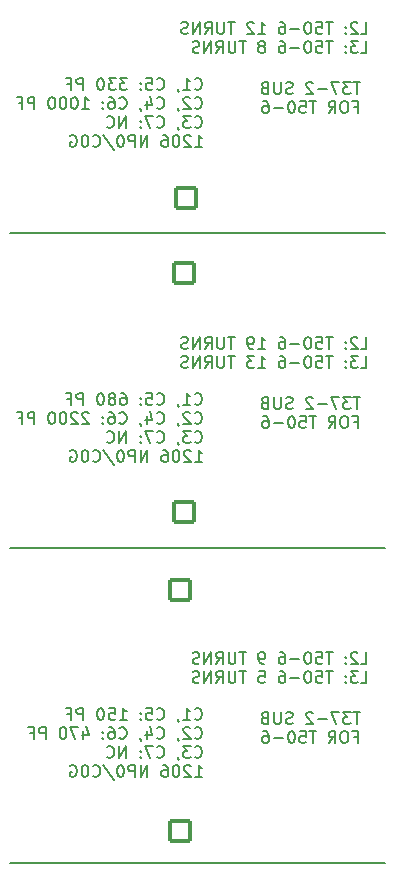
<source format=gbr>
%TF.GenerationSoftware,KiCad,Pcbnew,(6.0.11)*%
%TF.CreationDate,2023-08-05T14:41:11-05:00*%
%TF.ProjectId,SerialResonantFilter,53657269-616c-4526-9573-6f6e616e7446,rev?*%
%TF.SameCoordinates,Original*%
%TF.FileFunction,Legend,Bot*%
%TF.FilePolarity,Positive*%
%FSLAX46Y46*%
G04 Gerber Fmt 4.6, Leading zero omitted, Abs format (unit mm)*
G04 Created by KiCad (PCBNEW (6.0.11)) date 2023-08-05 14:41:11*
%MOMM*%
%LPD*%
G01*
G04 APERTURE LIST*
G04 Aperture macros list*
%AMRoundRect*
0 Rectangle with rounded corners*
0 $1 Rounding radius*
0 $2 $3 $4 $5 $6 $7 $8 $9 X,Y pos of 4 corners*
0 Add a 4 corners polygon primitive as box body*
4,1,4,$2,$3,$4,$5,$6,$7,$8,$9,$2,$3,0*
0 Add four circle primitives for the rounded corners*
1,1,$1+$1,$2,$3*
1,1,$1+$1,$4,$5*
1,1,$1+$1,$6,$7*
1,1,$1+$1,$8,$9*
0 Add four rect primitives between the rounded corners*
20,1,$1+$1,$2,$3,$4,$5,0*
20,1,$1+$1,$4,$5,$6,$7,0*
20,1,$1+$1,$6,$7,$8,$9,0*
20,1,$1+$1,$8,$9,$2,$3,0*%
G04 Aperture macros list end*
%ADD10C,0.150000*%
%ADD11C,2.000000*%
%ADD12C,2.800000*%
%ADD13O,2.100000X2.100000*%
%ADD14RoundRect,0.200000X0.850000X-0.850000X0.850000X0.850000X-0.850000X0.850000X-0.850000X-0.850000X0*%
G04 APERTURE END LIST*
D10*
X145184285Y-53257380D02*
X144612857Y-53257380D01*
X144898571Y-54257380D02*
X144898571Y-53257380D01*
X144374761Y-53257380D02*
X143755714Y-53257380D01*
X144089047Y-53638333D01*
X143946190Y-53638333D01*
X143850952Y-53685952D01*
X143803333Y-53733571D01*
X143755714Y-53828809D01*
X143755714Y-54066904D01*
X143803333Y-54162142D01*
X143850952Y-54209761D01*
X143946190Y-54257380D01*
X144231904Y-54257380D01*
X144327142Y-54209761D01*
X144374761Y-54162142D01*
X143422380Y-53257380D02*
X142755714Y-53257380D01*
X143184285Y-54257380D01*
X142374761Y-53876428D02*
X141612857Y-53876428D01*
X141184285Y-53352619D02*
X141136666Y-53305000D01*
X141041428Y-53257380D01*
X140803333Y-53257380D01*
X140708095Y-53305000D01*
X140660476Y-53352619D01*
X140612857Y-53447857D01*
X140612857Y-53543095D01*
X140660476Y-53685952D01*
X141231904Y-54257380D01*
X140612857Y-54257380D01*
X139470000Y-54209761D02*
X139327142Y-54257380D01*
X139089047Y-54257380D01*
X138993809Y-54209761D01*
X138946190Y-54162142D01*
X138898571Y-54066904D01*
X138898571Y-53971666D01*
X138946190Y-53876428D01*
X138993809Y-53828809D01*
X139089047Y-53781190D01*
X139279523Y-53733571D01*
X139374761Y-53685952D01*
X139422380Y-53638333D01*
X139470000Y-53543095D01*
X139470000Y-53447857D01*
X139422380Y-53352619D01*
X139374761Y-53305000D01*
X139279523Y-53257380D01*
X139041428Y-53257380D01*
X138898571Y-53305000D01*
X138470000Y-53257380D02*
X138470000Y-54066904D01*
X138422380Y-54162142D01*
X138374761Y-54209761D01*
X138279523Y-54257380D01*
X138089047Y-54257380D01*
X137993809Y-54209761D01*
X137946190Y-54162142D01*
X137898571Y-54066904D01*
X137898571Y-53257380D01*
X137089047Y-53733571D02*
X136946190Y-53781190D01*
X136898571Y-53828809D01*
X136850952Y-53924047D01*
X136850952Y-54066904D01*
X136898571Y-54162142D01*
X136946190Y-54209761D01*
X137041428Y-54257380D01*
X137422380Y-54257380D01*
X137422380Y-53257380D01*
X137089047Y-53257380D01*
X136993809Y-53305000D01*
X136946190Y-53352619D01*
X136898571Y-53447857D01*
X136898571Y-53543095D01*
X136946190Y-53638333D01*
X136993809Y-53685952D01*
X137089047Y-53733571D01*
X137422380Y-53733571D01*
X144660476Y-55343571D02*
X144993809Y-55343571D01*
X144993809Y-55867380D02*
X144993809Y-54867380D01*
X144517619Y-54867380D01*
X143946190Y-54867380D02*
X143755714Y-54867380D01*
X143660476Y-54915000D01*
X143565238Y-55010238D01*
X143517619Y-55200714D01*
X143517619Y-55534047D01*
X143565238Y-55724523D01*
X143660476Y-55819761D01*
X143755714Y-55867380D01*
X143946190Y-55867380D01*
X144041428Y-55819761D01*
X144136666Y-55724523D01*
X144184285Y-55534047D01*
X144184285Y-55200714D01*
X144136666Y-55010238D01*
X144041428Y-54915000D01*
X143946190Y-54867380D01*
X142517619Y-55867380D02*
X142850952Y-55391190D01*
X143089047Y-55867380D02*
X143089047Y-54867380D01*
X142708095Y-54867380D01*
X142612857Y-54915000D01*
X142565238Y-54962619D01*
X142517619Y-55057857D01*
X142517619Y-55200714D01*
X142565238Y-55295952D01*
X142612857Y-55343571D01*
X142708095Y-55391190D01*
X143089047Y-55391190D01*
X141470000Y-54867380D02*
X140898571Y-54867380D01*
X141184285Y-55867380D02*
X141184285Y-54867380D01*
X140089047Y-54867380D02*
X140565238Y-54867380D01*
X140612857Y-55343571D01*
X140565238Y-55295952D01*
X140470000Y-55248333D01*
X140231904Y-55248333D01*
X140136666Y-55295952D01*
X140089047Y-55343571D01*
X140041428Y-55438809D01*
X140041428Y-55676904D01*
X140089047Y-55772142D01*
X140136666Y-55819761D01*
X140231904Y-55867380D01*
X140470000Y-55867380D01*
X140565238Y-55819761D01*
X140612857Y-55772142D01*
X139422380Y-54867380D02*
X139327142Y-54867380D01*
X139231904Y-54915000D01*
X139184285Y-54962619D01*
X139136666Y-55057857D01*
X139089047Y-55248333D01*
X139089047Y-55486428D01*
X139136666Y-55676904D01*
X139184285Y-55772142D01*
X139231904Y-55819761D01*
X139327142Y-55867380D01*
X139422380Y-55867380D01*
X139517619Y-55819761D01*
X139565238Y-55772142D01*
X139612857Y-55676904D01*
X139660476Y-55486428D01*
X139660476Y-55248333D01*
X139612857Y-55057857D01*
X139565238Y-54962619D01*
X139517619Y-54915000D01*
X139422380Y-54867380D01*
X138660476Y-55486428D02*
X137898571Y-55486428D01*
X136993809Y-54867380D02*
X137184285Y-54867380D01*
X137279523Y-54915000D01*
X137327142Y-54962619D01*
X137422380Y-55105476D01*
X137470000Y-55295952D01*
X137470000Y-55676904D01*
X137422380Y-55772142D01*
X137374761Y-55819761D01*
X137279523Y-55867380D01*
X137089047Y-55867380D01*
X136993809Y-55819761D01*
X136946190Y-55772142D01*
X136898571Y-55676904D01*
X136898571Y-55438809D01*
X136946190Y-55343571D01*
X136993809Y-55295952D01*
X137089047Y-55248333D01*
X137279523Y-55248333D01*
X137374761Y-55295952D01*
X137422380Y-55343571D01*
X137470000Y-55438809D01*
X145184285Y-106597380D02*
X144612857Y-106597380D01*
X144898571Y-107597380D02*
X144898571Y-106597380D01*
X144374761Y-106597380D02*
X143755714Y-106597380D01*
X144089047Y-106978333D01*
X143946190Y-106978333D01*
X143850952Y-107025952D01*
X143803333Y-107073571D01*
X143755714Y-107168809D01*
X143755714Y-107406904D01*
X143803333Y-107502142D01*
X143850952Y-107549761D01*
X143946190Y-107597380D01*
X144231904Y-107597380D01*
X144327142Y-107549761D01*
X144374761Y-107502142D01*
X143422380Y-106597380D02*
X142755714Y-106597380D01*
X143184285Y-107597380D01*
X142374761Y-107216428D02*
X141612857Y-107216428D01*
X141184285Y-106692619D02*
X141136666Y-106645000D01*
X141041428Y-106597380D01*
X140803333Y-106597380D01*
X140708095Y-106645000D01*
X140660476Y-106692619D01*
X140612857Y-106787857D01*
X140612857Y-106883095D01*
X140660476Y-107025952D01*
X141231904Y-107597380D01*
X140612857Y-107597380D01*
X139470000Y-107549761D02*
X139327142Y-107597380D01*
X139089047Y-107597380D01*
X138993809Y-107549761D01*
X138946190Y-107502142D01*
X138898571Y-107406904D01*
X138898571Y-107311666D01*
X138946190Y-107216428D01*
X138993809Y-107168809D01*
X139089047Y-107121190D01*
X139279523Y-107073571D01*
X139374761Y-107025952D01*
X139422380Y-106978333D01*
X139470000Y-106883095D01*
X139470000Y-106787857D01*
X139422380Y-106692619D01*
X139374761Y-106645000D01*
X139279523Y-106597380D01*
X139041428Y-106597380D01*
X138898571Y-106645000D01*
X138470000Y-106597380D02*
X138470000Y-107406904D01*
X138422380Y-107502142D01*
X138374761Y-107549761D01*
X138279523Y-107597380D01*
X138089047Y-107597380D01*
X137993809Y-107549761D01*
X137946190Y-107502142D01*
X137898571Y-107406904D01*
X137898571Y-106597380D01*
X137089047Y-107073571D02*
X136946190Y-107121190D01*
X136898571Y-107168809D01*
X136850952Y-107264047D01*
X136850952Y-107406904D01*
X136898571Y-107502142D01*
X136946190Y-107549761D01*
X137041428Y-107597380D01*
X137422380Y-107597380D01*
X137422380Y-106597380D01*
X137089047Y-106597380D01*
X136993809Y-106645000D01*
X136946190Y-106692619D01*
X136898571Y-106787857D01*
X136898571Y-106883095D01*
X136946190Y-106978333D01*
X136993809Y-107025952D01*
X137089047Y-107073571D01*
X137422380Y-107073571D01*
X144660476Y-108683571D02*
X144993809Y-108683571D01*
X144993809Y-109207380D02*
X144993809Y-108207380D01*
X144517619Y-108207380D01*
X143946190Y-108207380D02*
X143755714Y-108207380D01*
X143660476Y-108255000D01*
X143565238Y-108350238D01*
X143517619Y-108540714D01*
X143517619Y-108874047D01*
X143565238Y-109064523D01*
X143660476Y-109159761D01*
X143755714Y-109207380D01*
X143946190Y-109207380D01*
X144041428Y-109159761D01*
X144136666Y-109064523D01*
X144184285Y-108874047D01*
X144184285Y-108540714D01*
X144136666Y-108350238D01*
X144041428Y-108255000D01*
X143946190Y-108207380D01*
X142517619Y-109207380D02*
X142850952Y-108731190D01*
X143089047Y-109207380D02*
X143089047Y-108207380D01*
X142708095Y-108207380D01*
X142612857Y-108255000D01*
X142565238Y-108302619D01*
X142517619Y-108397857D01*
X142517619Y-108540714D01*
X142565238Y-108635952D01*
X142612857Y-108683571D01*
X142708095Y-108731190D01*
X143089047Y-108731190D01*
X141470000Y-108207380D02*
X140898571Y-108207380D01*
X141184285Y-109207380D02*
X141184285Y-108207380D01*
X140089047Y-108207380D02*
X140565238Y-108207380D01*
X140612857Y-108683571D01*
X140565238Y-108635952D01*
X140470000Y-108588333D01*
X140231904Y-108588333D01*
X140136666Y-108635952D01*
X140089047Y-108683571D01*
X140041428Y-108778809D01*
X140041428Y-109016904D01*
X140089047Y-109112142D01*
X140136666Y-109159761D01*
X140231904Y-109207380D01*
X140470000Y-109207380D01*
X140565238Y-109159761D01*
X140612857Y-109112142D01*
X139422380Y-108207380D02*
X139327142Y-108207380D01*
X139231904Y-108255000D01*
X139184285Y-108302619D01*
X139136666Y-108397857D01*
X139089047Y-108588333D01*
X139089047Y-108826428D01*
X139136666Y-109016904D01*
X139184285Y-109112142D01*
X139231904Y-109159761D01*
X139327142Y-109207380D01*
X139422380Y-109207380D01*
X139517619Y-109159761D01*
X139565238Y-109112142D01*
X139612857Y-109016904D01*
X139660476Y-108826428D01*
X139660476Y-108588333D01*
X139612857Y-108397857D01*
X139565238Y-108302619D01*
X139517619Y-108255000D01*
X139422380Y-108207380D01*
X138660476Y-108826428D02*
X137898571Y-108826428D01*
X136993809Y-108207380D02*
X137184285Y-108207380D01*
X137279523Y-108255000D01*
X137327142Y-108302619D01*
X137422380Y-108445476D01*
X137470000Y-108635952D01*
X137470000Y-109016904D01*
X137422380Y-109112142D01*
X137374761Y-109159761D01*
X137279523Y-109207380D01*
X137089047Y-109207380D01*
X136993809Y-109159761D01*
X136946190Y-109112142D01*
X136898571Y-109016904D01*
X136898571Y-108778809D01*
X136946190Y-108683571D01*
X136993809Y-108635952D01*
X137089047Y-108588333D01*
X137279523Y-108588333D01*
X137374761Y-108635952D01*
X137422380Y-108683571D01*
X137470000Y-108778809D01*
X145184285Y-79927380D02*
X144612857Y-79927380D01*
X144898571Y-80927380D02*
X144898571Y-79927380D01*
X144374761Y-79927380D02*
X143755714Y-79927380D01*
X144089047Y-80308333D01*
X143946190Y-80308333D01*
X143850952Y-80355952D01*
X143803333Y-80403571D01*
X143755714Y-80498809D01*
X143755714Y-80736904D01*
X143803333Y-80832142D01*
X143850952Y-80879761D01*
X143946190Y-80927380D01*
X144231904Y-80927380D01*
X144327142Y-80879761D01*
X144374761Y-80832142D01*
X143422380Y-79927380D02*
X142755714Y-79927380D01*
X143184285Y-80927380D01*
X142374761Y-80546428D02*
X141612857Y-80546428D01*
X141184285Y-80022619D02*
X141136666Y-79975000D01*
X141041428Y-79927380D01*
X140803333Y-79927380D01*
X140708095Y-79975000D01*
X140660476Y-80022619D01*
X140612857Y-80117857D01*
X140612857Y-80213095D01*
X140660476Y-80355952D01*
X141231904Y-80927380D01*
X140612857Y-80927380D01*
X139470000Y-80879761D02*
X139327142Y-80927380D01*
X139089047Y-80927380D01*
X138993809Y-80879761D01*
X138946190Y-80832142D01*
X138898571Y-80736904D01*
X138898571Y-80641666D01*
X138946190Y-80546428D01*
X138993809Y-80498809D01*
X139089047Y-80451190D01*
X139279523Y-80403571D01*
X139374761Y-80355952D01*
X139422380Y-80308333D01*
X139470000Y-80213095D01*
X139470000Y-80117857D01*
X139422380Y-80022619D01*
X139374761Y-79975000D01*
X139279523Y-79927380D01*
X139041428Y-79927380D01*
X138898571Y-79975000D01*
X138470000Y-79927380D02*
X138470000Y-80736904D01*
X138422380Y-80832142D01*
X138374761Y-80879761D01*
X138279523Y-80927380D01*
X138089047Y-80927380D01*
X137993809Y-80879761D01*
X137946190Y-80832142D01*
X137898571Y-80736904D01*
X137898571Y-79927380D01*
X137089047Y-80403571D02*
X136946190Y-80451190D01*
X136898571Y-80498809D01*
X136850952Y-80594047D01*
X136850952Y-80736904D01*
X136898571Y-80832142D01*
X136946190Y-80879761D01*
X137041428Y-80927380D01*
X137422380Y-80927380D01*
X137422380Y-79927380D01*
X137089047Y-79927380D01*
X136993809Y-79975000D01*
X136946190Y-80022619D01*
X136898571Y-80117857D01*
X136898571Y-80213095D01*
X136946190Y-80308333D01*
X136993809Y-80355952D01*
X137089047Y-80403571D01*
X137422380Y-80403571D01*
X144660476Y-82013571D02*
X144993809Y-82013571D01*
X144993809Y-82537380D02*
X144993809Y-81537380D01*
X144517619Y-81537380D01*
X143946190Y-81537380D02*
X143755714Y-81537380D01*
X143660476Y-81585000D01*
X143565238Y-81680238D01*
X143517619Y-81870714D01*
X143517619Y-82204047D01*
X143565238Y-82394523D01*
X143660476Y-82489761D01*
X143755714Y-82537380D01*
X143946190Y-82537380D01*
X144041428Y-82489761D01*
X144136666Y-82394523D01*
X144184285Y-82204047D01*
X144184285Y-81870714D01*
X144136666Y-81680238D01*
X144041428Y-81585000D01*
X143946190Y-81537380D01*
X142517619Y-82537380D02*
X142850952Y-82061190D01*
X143089047Y-82537380D02*
X143089047Y-81537380D01*
X142708095Y-81537380D01*
X142612857Y-81585000D01*
X142565238Y-81632619D01*
X142517619Y-81727857D01*
X142517619Y-81870714D01*
X142565238Y-81965952D01*
X142612857Y-82013571D01*
X142708095Y-82061190D01*
X143089047Y-82061190D01*
X141470000Y-81537380D02*
X140898571Y-81537380D01*
X141184285Y-82537380D02*
X141184285Y-81537380D01*
X140089047Y-81537380D02*
X140565238Y-81537380D01*
X140612857Y-82013571D01*
X140565238Y-81965952D01*
X140470000Y-81918333D01*
X140231904Y-81918333D01*
X140136666Y-81965952D01*
X140089047Y-82013571D01*
X140041428Y-82108809D01*
X140041428Y-82346904D01*
X140089047Y-82442142D01*
X140136666Y-82489761D01*
X140231904Y-82537380D01*
X140470000Y-82537380D01*
X140565238Y-82489761D01*
X140612857Y-82442142D01*
X139422380Y-81537380D02*
X139327142Y-81537380D01*
X139231904Y-81585000D01*
X139184285Y-81632619D01*
X139136666Y-81727857D01*
X139089047Y-81918333D01*
X139089047Y-82156428D01*
X139136666Y-82346904D01*
X139184285Y-82442142D01*
X139231904Y-82489761D01*
X139327142Y-82537380D01*
X139422380Y-82537380D01*
X139517619Y-82489761D01*
X139565238Y-82442142D01*
X139612857Y-82346904D01*
X139660476Y-82156428D01*
X139660476Y-81918333D01*
X139612857Y-81727857D01*
X139565238Y-81632619D01*
X139517619Y-81585000D01*
X139422380Y-81537380D01*
X138660476Y-82156428D02*
X137898571Y-82156428D01*
X136993809Y-81537380D02*
X137184285Y-81537380D01*
X137279523Y-81585000D01*
X137327142Y-81632619D01*
X137422380Y-81775476D01*
X137470000Y-81965952D01*
X137470000Y-82346904D01*
X137422380Y-82442142D01*
X137374761Y-82489761D01*
X137279523Y-82537380D01*
X137089047Y-82537380D01*
X136993809Y-82489761D01*
X136946190Y-82442142D01*
X136898571Y-82346904D01*
X136898571Y-82108809D01*
X136946190Y-82013571D01*
X136993809Y-81965952D01*
X137089047Y-81918333D01*
X137279523Y-81918333D01*
X137374761Y-81965952D01*
X137422380Y-82013571D01*
X137470000Y-82108809D01*
X131172976Y-107162142D02*
X131220595Y-107209761D01*
X131363452Y-107257380D01*
X131458690Y-107257380D01*
X131601547Y-107209761D01*
X131696785Y-107114523D01*
X131744404Y-107019285D01*
X131792023Y-106828809D01*
X131792023Y-106685952D01*
X131744404Y-106495476D01*
X131696785Y-106400238D01*
X131601547Y-106305000D01*
X131458690Y-106257380D01*
X131363452Y-106257380D01*
X131220595Y-106305000D01*
X131172976Y-106352619D01*
X130220595Y-107257380D02*
X130792023Y-107257380D01*
X130506309Y-107257380D02*
X130506309Y-106257380D01*
X130601547Y-106400238D01*
X130696785Y-106495476D01*
X130792023Y-106543095D01*
X129744404Y-107209761D02*
X129744404Y-107257380D01*
X129792023Y-107352619D01*
X129839642Y-107400238D01*
X127982500Y-107162142D02*
X128030119Y-107209761D01*
X128172976Y-107257380D01*
X128268214Y-107257380D01*
X128411071Y-107209761D01*
X128506309Y-107114523D01*
X128553928Y-107019285D01*
X128601547Y-106828809D01*
X128601547Y-106685952D01*
X128553928Y-106495476D01*
X128506309Y-106400238D01*
X128411071Y-106305000D01*
X128268214Y-106257380D01*
X128172976Y-106257380D01*
X128030119Y-106305000D01*
X127982500Y-106352619D01*
X127077738Y-106257380D02*
X127553928Y-106257380D01*
X127601547Y-106733571D01*
X127553928Y-106685952D01*
X127458690Y-106638333D01*
X127220595Y-106638333D01*
X127125357Y-106685952D01*
X127077738Y-106733571D01*
X127030119Y-106828809D01*
X127030119Y-107066904D01*
X127077738Y-107162142D01*
X127125357Y-107209761D01*
X127220595Y-107257380D01*
X127458690Y-107257380D01*
X127553928Y-107209761D01*
X127601547Y-107162142D01*
X126601547Y-107162142D02*
X126553928Y-107209761D01*
X126601547Y-107257380D01*
X126649166Y-107209761D01*
X126601547Y-107162142D01*
X126601547Y-107257380D01*
X126601547Y-106638333D02*
X126553928Y-106685952D01*
X126601547Y-106733571D01*
X126649166Y-106685952D01*
X126601547Y-106638333D01*
X126601547Y-106733571D01*
X124839642Y-107257380D02*
X125411071Y-107257380D01*
X125125357Y-107257380D02*
X125125357Y-106257380D01*
X125220595Y-106400238D01*
X125315833Y-106495476D01*
X125411071Y-106543095D01*
X123934880Y-106257380D02*
X124411071Y-106257380D01*
X124458690Y-106733571D01*
X124411071Y-106685952D01*
X124315833Y-106638333D01*
X124077738Y-106638333D01*
X123982500Y-106685952D01*
X123934880Y-106733571D01*
X123887261Y-106828809D01*
X123887261Y-107066904D01*
X123934880Y-107162142D01*
X123982500Y-107209761D01*
X124077738Y-107257380D01*
X124315833Y-107257380D01*
X124411071Y-107209761D01*
X124458690Y-107162142D01*
X123268214Y-106257380D02*
X123172976Y-106257380D01*
X123077738Y-106305000D01*
X123030119Y-106352619D01*
X122982500Y-106447857D01*
X122934880Y-106638333D01*
X122934880Y-106876428D01*
X122982500Y-107066904D01*
X123030119Y-107162142D01*
X123077738Y-107209761D01*
X123172976Y-107257380D01*
X123268214Y-107257380D01*
X123363452Y-107209761D01*
X123411071Y-107162142D01*
X123458690Y-107066904D01*
X123506309Y-106876428D01*
X123506309Y-106638333D01*
X123458690Y-106447857D01*
X123411071Y-106352619D01*
X123363452Y-106305000D01*
X123268214Y-106257380D01*
X121744404Y-107257380D02*
X121744404Y-106257380D01*
X121363452Y-106257380D01*
X121268214Y-106305000D01*
X121220595Y-106352619D01*
X121172976Y-106447857D01*
X121172976Y-106590714D01*
X121220595Y-106685952D01*
X121268214Y-106733571D01*
X121363452Y-106781190D01*
X121744404Y-106781190D01*
X120411071Y-106733571D02*
X120744404Y-106733571D01*
X120744404Y-107257380D02*
X120744404Y-106257380D01*
X120268214Y-106257380D01*
X131172976Y-108772142D02*
X131220595Y-108819761D01*
X131363452Y-108867380D01*
X131458690Y-108867380D01*
X131601547Y-108819761D01*
X131696785Y-108724523D01*
X131744404Y-108629285D01*
X131792023Y-108438809D01*
X131792023Y-108295952D01*
X131744404Y-108105476D01*
X131696785Y-108010238D01*
X131601547Y-107915000D01*
X131458690Y-107867380D01*
X131363452Y-107867380D01*
X131220595Y-107915000D01*
X131172976Y-107962619D01*
X130792023Y-107962619D02*
X130744404Y-107915000D01*
X130649166Y-107867380D01*
X130411071Y-107867380D01*
X130315833Y-107915000D01*
X130268214Y-107962619D01*
X130220595Y-108057857D01*
X130220595Y-108153095D01*
X130268214Y-108295952D01*
X130839642Y-108867380D01*
X130220595Y-108867380D01*
X129744404Y-108819761D02*
X129744404Y-108867380D01*
X129792023Y-108962619D01*
X129839642Y-109010238D01*
X127982500Y-108772142D02*
X128030119Y-108819761D01*
X128172976Y-108867380D01*
X128268214Y-108867380D01*
X128411071Y-108819761D01*
X128506309Y-108724523D01*
X128553928Y-108629285D01*
X128601547Y-108438809D01*
X128601547Y-108295952D01*
X128553928Y-108105476D01*
X128506309Y-108010238D01*
X128411071Y-107915000D01*
X128268214Y-107867380D01*
X128172976Y-107867380D01*
X128030119Y-107915000D01*
X127982500Y-107962619D01*
X127125357Y-108200714D02*
X127125357Y-108867380D01*
X127363452Y-107819761D02*
X127601547Y-108534047D01*
X126982500Y-108534047D01*
X126553928Y-108819761D02*
X126553928Y-108867380D01*
X126601547Y-108962619D01*
X126649166Y-109010238D01*
X124792023Y-108772142D02*
X124839642Y-108819761D01*
X124982500Y-108867380D01*
X125077738Y-108867380D01*
X125220595Y-108819761D01*
X125315833Y-108724523D01*
X125363452Y-108629285D01*
X125411071Y-108438809D01*
X125411071Y-108295952D01*
X125363452Y-108105476D01*
X125315833Y-108010238D01*
X125220595Y-107915000D01*
X125077738Y-107867380D01*
X124982500Y-107867380D01*
X124839642Y-107915000D01*
X124792023Y-107962619D01*
X123934880Y-107867380D02*
X124125357Y-107867380D01*
X124220595Y-107915000D01*
X124268214Y-107962619D01*
X124363452Y-108105476D01*
X124411071Y-108295952D01*
X124411071Y-108676904D01*
X124363452Y-108772142D01*
X124315833Y-108819761D01*
X124220595Y-108867380D01*
X124030119Y-108867380D01*
X123934880Y-108819761D01*
X123887261Y-108772142D01*
X123839642Y-108676904D01*
X123839642Y-108438809D01*
X123887261Y-108343571D01*
X123934880Y-108295952D01*
X124030119Y-108248333D01*
X124220595Y-108248333D01*
X124315833Y-108295952D01*
X124363452Y-108343571D01*
X124411071Y-108438809D01*
X123411071Y-108772142D02*
X123363452Y-108819761D01*
X123411071Y-108867380D01*
X123458690Y-108819761D01*
X123411071Y-108772142D01*
X123411071Y-108867380D01*
X123411071Y-108248333D02*
X123363452Y-108295952D01*
X123411071Y-108343571D01*
X123458690Y-108295952D01*
X123411071Y-108248333D01*
X123411071Y-108343571D01*
X121744404Y-108200714D02*
X121744404Y-108867380D01*
X121982500Y-107819761D02*
X122220595Y-108534047D01*
X121601547Y-108534047D01*
X121315833Y-107867380D02*
X120649166Y-107867380D01*
X121077738Y-108867380D01*
X120077738Y-107867380D02*
X119982500Y-107867380D01*
X119887261Y-107915000D01*
X119839642Y-107962619D01*
X119792023Y-108057857D01*
X119744404Y-108248333D01*
X119744404Y-108486428D01*
X119792023Y-108676904D01*
X119839642Y-108772142D01*
X119887261Y-108819761D01*
X119982500Y-108867380D01*
X120077738Y-108867380D01*
X120172976Y-108819761D01*
X120220595Y-108772142D01*
X120268214Y-108676904D01*
X120315833Y-108486428D01*
X120315833Y-108248333D01*
X120268214Y-108057857D01*
X120220595Y-107962619D01*
X120172976Y-107915000D01*
X120077738Y-107867380D01*
X118553928Y-108867380D02*
X118553928Y-107867380D01*
X118172976Y-107867380D01*
X118077738Y-107915000D01*
X118030119Y-107962619D01*
X117982500Y-108057857D01*
X117982500Y-108200714D01*
X118030119Y-108295952D01*
X118077738Y-108343571D01*
X118172976Y-108391190D01*
X118553928Y-108391190D01*
X117220595Y-108343571D02*
X117553928Y-108343571D01*
X117553928Y-108867380D02*
X117553928Y-107867380D01*
X117077738Y-107867380D01*
X131172976Y-110382142D02*
X131220595Y-110429761D01*
X131363452Y-110477380D01*
X131458690Y-110477380D01*
X131601547Y-110429761D01*
X131696785Y-110334523D01*
X131744404Y-110239285D01*
X131792023Y-110048809D01*
X131792023Y-109905952D01*
X131744404Y-109715476D01*
X131696785Y-109620238D01*
X131601547Y-109525000D01*
X131458690Y-109477380D01*
X131363452Y-109477380D01*
X131220595Y-109525000D01*
X131172976Y-109572619D01*
X130839642Y-109477380D02*
X130220595Y-109477380D01*
X130553928Y-109858333D01*
X130411071Y-109858333D01*
X130315833Y-109905952D01*
X130268214Y-109953571D01*
X130220595Y-110048809D01*
X130220595Y-110286904D01*
X130268214Y-110382142D01*
X130315833Y-110429761D01*
X130411071Y-110477380D01*
X130696785Y-110477380D01*
X130792023Y-110429761D01*
X130839642Y-110382142D01*
X129744404Y-110429761D02*
X129744404Y-110477380D01*
X129792023Y-110572619D01*
X129839642Y-110620238D01*
X127982500Y-110382142D02*
X128030119Y-110429761D01*
X128172976Y-110477380D01*
X128268214Y-110477380D01*
X128411071Y-110429761D01*
X128506309Y-110334523D01*
X128553928Y-110239285D01*
X128601547Y-110048809D01*
X128601547Y-109905952D01*
X128553928Y-109715476D01*
X128506309Y-109620238D01*
X128411071Y-109525000D01*
X128268214Y-109477380D01*
X128172976Y-109477380D01*
X128030119Y-109525000D01*
X127982500Y-109572619D01*
X127649166Y-109477380D02*
X126982500Y-109477380D01*
X127411071Y-110477380D01*
X126601547Y-110382142D02*
X126553928Y-110429761D01*
X126601547Y-110477380D01*
X126649166Y-110429761D01*
X126601547Y-110382142D01*
X126601547Y-110477380D01*
X126601547Y-109858333D02*
X126553928Y-109905952D01*
X126601547Y-109953571D01*
X126649166Y-109905952D01*
X126601547Y-109858333D01*
X126601547Y-109953571D01*
X125363452Y-110477380D02*
X125363452Y-109477380D01*
X124792023Y-110477380D01*
X124792023Y-109477380D01*
X123744404Y-110382142D02*
X123792023Y-110429761D01*
X123934880Y-110477380D01*
X124030119Y-110477380D01*
X124172976Y-110429761D01*
X124268214Y-110334523D01*
X124315833Y-110239285D01*
X124363452Y-110048809D01*
X124363452Y-109905952D01*
X124315833Y-109715476D01*
X124268214Y-109620238D01*
X124172976Y-109525000D01*
X124030119Y-109477380D01*
X123934880Y-109477380D01*
X123792023Y-109525000D01*
X123744404Y-109572619D01*
X131220595Y-112087380D02*
X131792023Y-112087380D01*
X131506309Y-112087380D02*
X131506309Y-111087380D01*
X131601547Y-111230238D01*
X131696785Y-111325476D01*
X131792023Y-111373095D01*
X130839642Y-111182619D02*
X130792023Y-111135000D01*
X130696785Y-111087380D01*
X130458690Y-111087380D01*
X130363452Y-111135000D01*
X130315833Y-111182619D01*
X130268214Y-111277857D01*
X130268214Y-111373095D01*
X130315833Y-111515952D01*
X130887261Y-112087380D01*
X130268214Y-112087380D01*
X129649166Y-111087380D02*
X129553928Y-111087380D01*
X129458690Y-111135000D01*
X129411071Y-111182619D01*
X129363452Y-111277857D01*
X129315833Y-111468333D01*
X129315833Y-111706428D01*
X129363452Y-111896904D01*
X129411071Y-111992142D01*
X129458690Y-112039761D01*
X129553928Y-112087380D01*
X129649166Y-112087380D01*
X129744404Y-112039761D01*
X129792023Y-111992142D01*
X129839642Y-111896904D01*
X129887261Y-111706428D01*
X129887261Y-111468333D01*
X129839642Y-111277857D01*
X129792023Y-111182619D01*
X129744404Y-111135000D01*
X129649166Y-111087380D01*
X128458690Y-111087380D02*
X128649166Y-111087380D01*
X128744404Y-111135000D01*
X128792023Y-111182619D01*
X128887261Y-111325476D01*
X128934880Y-111515952D01*
X128934880Y-111896904D01*
X128887261Y-111992142D01*
X128839642Y-112039761D01*
X128744404Y-112087380D01*
X128553928Y-112087380D01*
X128458690Y-112039761D01*
X128411071Y-111992142D01*
X128363452Y-111896904D01*
X128363452Y-111658809D01*
X128411071Y-111563571D01*
X128458690Y-111515952D01*
X128553928Y-111468333D01*
X128744404Y-111468333D01*
X128839642Y-111515952D01*
X128887261Y-111563571D01*
X128934880Y-111658809D01*
X127172976Y-112087380D02*
X127172976Y-111087380D01*
X126601547Y-112087380D01*
X126601547Y-111087380D01*
X126125357Y-112087380D02*
X126125357Y-111087380D01*
X125744404Y-111087380D01*
X125649166Y-111135000D01*
X125601547Y-111182619D01*
X125553928Y-111277857D01*
X125553928Y-111420714D01*
X125601547Y-111515952D01*
X125649166Y-111563571D01*
X125744404Y-111611190D01*
X126125357Y-111611190D01*
X124934880Y-111087380D02*
X124839642Y-111087380D01*
X124744404Y-111135000D01*
X124696785Y-111182619D01*
X124649166Y-111277857D01*
X124601547Y-111468333D01*
X124601547Y-111706428D01*
X124649166Y-111896904D01*
X124696785Y-111992142D01*
X124744404Y-112039761D01*
X124839642Y-112087380D01*
X124934880Y-112087380D01*
X125030119Y-112039761D01*
X125077738Y-111992142D01*
X125125357Y-111896904D01*
X125172976Y-111706428D01*
X125172976Y-111468333D01*
X125125357Y-111277857D01*
X125077738Y-111182619D01*
X125030119Y-111135000D01*
X124934880Y-111087380D01*
X123458690Y-111039761D02*
X124315833Y-112325476D01*
X122553928Y-111992142D02*
X122601547Y-112039761D01*
X122744404Y-112087380D01*
X122839642Y-112087380D01*
X122982500Y-112039761D01*
X123077738Y-111944523D01*
X123125357Y-111849285D01*
X123172976Y-111658809D01*
X123172976Y-111515952D01*
X123125357Y-111325476D01*
X123077738Y-111230238D01*
X122982500Y-111135000D01*
X122839642Y-111087380D01*
X122744404Y-111087380D01*
X122601547Y-111135000D01*
X122553928Y-111182619D01*
X121934880Y-111087380D02*
X121839642Y-111087380D01*
X121744404Y-111135000D01*
X121696785Y-111182619D01*
X121649166Y-111277857D01*
X121601547Y-111468333D01*
X121601547Y-111706428D01*
X121649166Y-111896904D01*
X121696785Y-111992142D01*
X121744404Y-112039761D01*
X121839642Y-112087380D01*
X121934880Y-112087380D01*
X122030119Y-112039761D01*
X122077738Y-111992142D01*
X122125357Y-111896904D01*
X122172976Y-111706428D01*
X122172976Y-111468333D01*
X122125357Y-111277857D01*
X122077738Y-111182619D01*
X122030119Y-111135000D01*
X121934880Y-111087380D01*
X120649166Y-111135000D02*
X120744404Y-111087380D01*
X120887261Y-111087380D01*
X121030119Y-111135000D01*
X121125357Y-111230238D01*
X121172976Y-111325476D01*
X121220595Y-111515952D01*
X121220595Y-111658809D01*
X121172976Y-111849285D01*
X121125357Y-111944523D01*
X121030119Y-112039761D01*
X120887261Y-112087380D01*
X120792023Y-112087380D01*
X120649166Y-112039761D01*
X120601547Y-111992142D01*
X120601547Y-111658809D01*
X120792023Y-111658809D01*
X131172976Y-53822142D02*
X131220595Y-53869761D01*
X131363452Y-53917380D01*
X131458690Y-53917380D01*
X131601547Y-53869761D01*
X131696785Y-53774523D01*
X131744404Y-53679285D01*
X131792023Y-53488809D01*
X131792023Y-53345952D01*
X131744404Y-53155476D01*
X131696785Y-53060238D01*
X131601547Y-52965000D01*
X131458690Y-52917380D01*
X131363452Y-52917380D01*
X131220595Y-52965000D01*
X131172976Y-53012619D01*
X130220595Y-53917380D02*
X130792023Y-53917380D01*
X130506309Y-53917380D02*
X130506309Y-52917380D01*
X130601547Y-53060238D01*
X130696785Y-53155476D01*
X130792023Y-53203095D01*
X129744404Y-53869761D02*
X129744404Y-53917380D01*
X129792023Y-54012619D01*
X129839642Y-54060238D01*
X127982500Y-53822142D02*
X128030119Y-53869761D01*
X128172976Y-53917380D01*
X128268214Y-53917380D01*
X128411071Y-53869761D01*
X128506309Y-53774523D01*
X128553928Y-53679285D01*
X128601547Y-53488809D01*
X128601547Y-53345952D01*
X128553928Y-53155476D01*
X128506309Y-53060238D01*
X128411071Y-52965000D01*
X128268214Y-52917380D01*
X128172976Y-52917380D01*
X128030119Y-52965000D01*
X127982500Y-53012619D01*
X127077738Y-52917380D02*
X127553928Y-52917380D01*
X127601547Y-53393571D01*
X127553928Y-53345952D01*
X127458690Y-53298333D01*
X127220595Y-53298333D01*
X127125357Y-53345952D01*
X127077738Y-53393571D01*
X127030119Y-53488809D01*
X127030119Y-53726904D01*
X127077738Y-53822142D01*
X127125357Y-53869761D01*
X127220595Y-53917380D01*
X127458690Y-53917380D01*
X127553928Y-53869761D01*
X127601547Y-53822142D01*
X126601547Y-53822142D02*
X126553928Y-53869761D01*
X126601547Y-53917380D01*
X126649166Y-53869761D01*
X126601547Y-53822142D01*
X126601547Y-53917380D01*
X126601547Y-53298333D02*
X126553928Y-53345952D01*
X126601547Y-53393571D01*
X126649166Y-53345952D01*
X126601547Y-53298333D01*
X126601547Y-53393571D01*
X125458690Y-52917380D02*
X124839642Y-52917380D01*
X125172976Y-53298333D01*
X125030119Y-53298333D01*
X124934880Y-53345952D01*
X124887261Y-53393571D01*
X124839642Y-53488809D01*
X124839642Y-53726904D01*
X124887261Y-53822142D01*
X124934880Y-53869761D01*
X125030119Y-53917380D01*
X125315833Y-53917380D01*
X125411071Y-53869761D01*
X125458690Y-53822142D01*
X124506309Y-52917380D02*
X123887261Y-52917380D01*
X124220595Y-53298333D01*
X124077738Y-53298333D01*
X123982500Y-53345952D01*
X123934880Y-53393571D01*
X123887261Y-53488809D01*
X123887261Y-53726904D01*
X123934880Y-53822142D01*
X123982500Y-53869761D01*
X124077738Y-53917380D01*
X124363452Y-53917380D01*
X124458690Y-53869761D01*
X124506309Y-53822142D01*
X123268214Y-52917380D02*
X123172976Y-52917380D01*
X123077738Y-52965000D01*
X123030119Y-53012619D01*
X122982500Y-53107857D01*
X122934880Y-53298333D01*
X122934880Y-53536428D01*
X122982500Y-53726904D01*
X123030119Y-53822142D01*
X123077738Y-53869761D01*
X123172976Y-53917380D01*
X123268214Y-53917380D01*
X123363452Y-53869761D01*
X123411071Y-53822142D01*
X123458690Y-53726904D01*
X123506309Y-53536428D01*
X123506309Y-53298333D01*
X123458690Y-53107857D01*
X123411071Y-53012619D01*
X123363452Y-52965000D01*
X123268214Y-52917380D01*
X121744404Y-53917380D02*
X121744404Y-52917380D01*
X121363452Y-52917380D01*
X121268214Y-52965000D01*
X121220595Y-53012619D01*
X121172976Y-53107857D01*
X121172976Y-53250714D01*
X121220595Y-53345952D01*
X121268214Y-53393571D01*
X121363452Y-53441190D01*
X121744404Y-53441190D01*
X120411071Y-53393571D02*
X120744404Y-53393571D01*
X120744404Y-53917380D02*
X120744404Y-52917380D01*
X120268214Y-52917380D01*
X131172976Y-55432142D02*
X131220595Y-55479761D01*
X131363452Y-55527380D01*
X131458690Y-55527380D01*
X131601547Y-55479761D01*
X131696785Y-55384523D01*
X131744404Y-55289285D01*
X131792023Y-55098809D01*
X131792023Y-54955952D01*
X131744404Y-54765476D01*
X131696785Y-54670238D01*
X131601547Y-54575000D01*
X131458690Y-54527380D01*
X131363452Y-54527380D01*
X131220595Y-54575000D01*
X131172976Y-54622619D01*
X130792023Y-54622619D02*
X130744404Y-54575000D01*
X130649166Y-54527380D01*
X130411071Y-54527380D01*
X130315833Y-54575000D01*
X130268214Y-54622619D01*
X130220595Y-54717857D01*
X130220595Y-54813095D01*
X130268214Y-54955952D01*
X130839642Y-55527380D01*
X130220595Y-55527380D01*
X129744404Y-55479761D02*
X129744404Y-55527380D01*
X129792023Y-55622619D01*
X129839642Y-55670238D01*
X127982500Y-55432142D02*
X128030119Y-55479761D01*
X128172976Y-55527380D01*
X128268214Y-55527380D01*
X128411071Y-55479761D01*
X128506309Y-55384523D01*
X128553928Y-55289285D01*
X128601547Y-55098809D01*
X128601547Y-54955952D01*
X128553928Y-54765476D01*
X128506309Y-54670238D01*
X128411071Y-54575000D01*
X128268214Y-54527380D01*
X128172976Y-54527380D01*
X128030119Y-54575000D01*
X127982500Y-54622619D01*
X127125357Y-54860714D02*
X127125357Y-55527380D01*
X127363452Y-54479761D02*
X127601547Y-55194047D01*
X126982500Y-55194047D01*
X126553928Y-55479761D02*
X126553928Y-55527380D01*
X126601547Y-55622619D01*
X126649166Y-55670238D01*
X124792023Y-55432142D02*
X124839642Y-55479761D01*
X124982500Y-55527380D01*
X125077738Y-55527380D01*
X125220595Y-55479761D01*
X125315833Y-55384523D01*
X125363452Y-55289285D01*
X125411071Y-55098809D01*
X125411071Y-54955952D01*
X125363452Y-54765476D01*
X125315833Y-54670238D01*
X125220595Y-54575000D01*
X125077738Y-54527380D01*
X124982500Y-54527380D01*
X124839642Y-54575000D01*
X124792023Y-54622619D01*
X123934880Y-54527380D02*
X124125357Y-54527380D01*
X124220595Y-54575000D01*
X124268214Y-54622619D01*
X124363452Y-54765476D01*
X124411071Y-54955952D01*
X124411071Y-55336904D01*
X124363452Y-55432142D01*
X124315833Y-55479761D01*
X124220595Y-55527380D01*
X124030119Y-55527380D01*
X123934880Y-55479761D01*
X123887261Y-55432142D01*
X123839642Y-55336904D01*
X123839642Y-55098809D01*
X123887261Y-55003571D01*
X123934880Y-54955952D01*
X124030119Y-54908333D01*
X124220595Y-54908333D01*
X124315833Y-54955952D01*
X124363452Y-55003571D01*
X124411071Y-55098809D01*
X123411071Y-55432142D02*
X123363452Y-55479761D01*
X123411071Y-55527380D01*
X123458690Y-55479761D01*
X123411071Y-55432142D01*
X123411071Y-55527380D01*
X123411071Y-54908333D02*
X123363452Y-54955952D01*
X123411071Y-55003571D01*
X123458690Y-54955952D01*
X123411071Y-54908333D01*
X123411071Y-55003571D01*
X121649166Y-55527380D02*
X122220595Y-55527380D01*
X121934880Y-55527380D02*
X121934880Y-54527380D01*
X122030119Y-54670238D01*
X122125357Y-54765476D01*
X122220595Y-54813095D01*
X121030119Y-54527380D02*
X120934880Y-54527380D01*
X120839642Y-54575000D01*
X120792023Y-54622619D01*
X120744404Y-54717857D01*
X120696785Y-54908333D01*
X120696785Y-55146428D01*
X120744404Y-55336904D01*
X120792023Y-55432142D01*
X120839642Y-55479761D01*
X120934880Y-55527380D01*
X121030119Y-55527380D01*
X121125357Y-55479761D01*
X121172976Y-55432142D01*
X121220595Y-55336904D01*
X121268214Y-55146428D01*
X121268214Y-54908333D01*
X121220595Y-54717857D01*
X121172976Y-54622619D01*
X121125357Y-54575000D01*
X121030119Y-54527380D01*
X120077738Y-54527380D02*
X119982500Y-54527380D01*
X119887261Y-54575000D01*
X119839642Y-54622619D01*
X119792023Y-54717857D01*
X119744404Y-54908333D01*
X119744404Y-55146428D01*
X119792023Y-55336904D01*
X119839642Y-55432142D01*
X119887261Y-55479761D01*
X119982500Y-55527380D01*
X120077738Y-55527380D01*
X120172976Y-55479761D01*
X120220595Y-55432142D01*
X120268214Y-55336904D01*
X120315833Y-55146428D01*
X120315833Y-54908333D01*
X120268214Y-54717857D01*
X120220595Y-54622619D01*
X120172976Y-54575000D01*
X120077738Y-54527380D01*
X119125357Y-54527380D02*
X119030119Y-54527380D01*
X118934880Y-54575000D01*
X118887261Y-54622619D01*
X118839642Y-54717857D01*
X118792023Y-54908333D01*
X118792023Y-55146428D01*
X118839642Y-55336904D01*
X118887261Y-55432142D01*
X118934880Y-55479761D01*
X119030119Y-55527380D01*
X119125357Y-55527380D01*
X119220595Y-55479761D01*
X119268214Y-55432142D01*
X119315833Y-55336904D01*
X119363452Y-55146428D01*
X119363452Y-54908333D01*
X119315833Y-54717857D01*
X119268214Y-54622619D01*
X119220595Y-54575000D01*
X119125357Y-54527380D01*
X117601547Y-55527380D02*
X117601547Y-54527380D01*
X117220595Y-54527380D01*
X117125357Y-54575000D01*
X117077738Y-54622619D01*
X117030119Y-54717857D01*
X117030119Y-54860714D01*
X117077738Y-54955952D01*
X117125357Y-55003571D01*
X117220595Y-55051190D01*
X117601547Y-55051190D01*
X116268214Y-55003571D02*
X116601547Y-55003571D01*
X116601547Y-55527380D02*
X116601547Y-54527380D01*
X116125357Y-54527380D01*
X131172976Y-57042142D02*
X131220595Y-57089761D01*
X131363452Y-57137380D01*
X131458690Y-57137380D01*
X131601547Y-57089761D01*
X131696785Y-56994523D01*
X131744404Y-56899285D01*
X131792023Y-56708809D01*
X131792023Y-56565952D01*
X131744404Y-56375476D01*
X131696785Y-56280238D01*
X131601547Y-56185000D01*
X131458690Y-56137380D01*
X131363452Y-56137380D01*
X131220595Y-56185000D01*
X131172976Y-56232619D01*
X130839642Y-56137380D02*
X130220595Y-56137380D01*
X130553928Y-56518333D01*
X130411071Y-56518333D01*
X130315833Y-56565952D01*
X130268214Y-56613571D01*
X130220595Y-56708809D01*
X130220595Y-56946904D01*
X130268214Y-57042142D01*
X130315833Y-57089761D01*
X130411071Y-57137380D01*
X130696785Y-57137380D01*
X130792023Y-57089761D01*
X130839642Y-57042142D01*
X129744404Y-57089761D02*
X129744404Y-57137380D01*
X129792023Y-57232619D01*
X129839642Y-57280238D01*
X127982500Y-57042142D02*
X128030119Y-57089761D01*
X128172976Y-57137380D01*
X128268214Y-57137380D01*
X128411071Y-57089761D01*
X128506309Y-56994523D01*
X128553928Y-56899285D01*
X128601547Y-56708809D01*
X128601547Y-56565952D01*
X128553928Y-56375476D01*
X128506309Y-56280238D01*
X128411071Y-56185000D01*
X128268214Y-56137380D01*
X128172976Y-56137380D01*
X128030119Y-56185000D01*
X127982500Y-56232619D01*
X127649166Y-56137380D02*
X126982500Y-56137380D01*
X127411071Y-57137380D01*
X126601547Y-57042142D02*
X126553928Y-57089761D01*
X126601547Y-57137380D01*
X126649166Y-57089761D01*
X126601547Y-57042142D01*
X126601547Y-57137380D01*
X126601547Y-56518333D02*
X126553928Y-56565952D01*
X126601547Y-56613571D01*
X126649166Y-56565952D01*
X126601547Y-56518333D01*
X126601547Y-56613571D01*
X125363452Y-57137380D02*
X125363452Y-56137380D01*
X124792023Y-57137380D01*
X124792023Y-56137380D01*
X123744404Y-57042142D02*
X123792023Y-57089761D01*
X123934880Y-57137380D01*
X124030119Y-57137380D01*
X124172976Y-57089761D01*
X124268214Y-56994523D01*
X124315833Y-56899285D01*
X124363452Y-56708809D01*
X124363452Y-56565952D01*
X124315833Y-56375476D01*
X124268214Y-56280238D01*
X124172976Y-56185000D01*
X124030119Y-56137380D01*
X123934880Y-56137380D01*
X123792023Y-56185000D01*
X123744404Y-56232619D01*
X131220595Y-58747380D02*
X131792023Y-58747380D01*
X131506309Y-58747380D02*
X131506309Y-57747380D01*
X131601547Y-57890238D01*
X131696785Y-57985476D01*
X131792023Y-58033095D01*
X130839642Y-57842619D02*
X130792023Y-57795000D01*
X130696785Y-57747380D01*
X130458690Y-57747380D01*
X130363452Y-57795000D01*
X130315833Y-57842619D01*
X130268214Y-57937857D01*
X130268214Y-58033095D01*
X130315833Y-58175952D01*
X130887261Y-58747380D01*
X130268214Y-58747380D01*
X129649166Y-57747380D02*
X129553928Y-57747380D01*
X129458690Y-57795000D01*
X129411071Y-57842619D01*
X129363452Y-57937857D01*
X129315833Y-58128333D01*
X129315833Y-58366428D01*
X129363452Y-58556904D01*
X129411071Y-58652142D01*
X129458690Y-58699761D01*
X129553928Y-58747380D01*
X129649166Y-58747380D01*
X129744404Y-58699761D01*
X129792023Y-58652142D01*
X129839642Y-58556904D01*
X129887261Y-58366428D01*
X129887261Y-58128333D01*
X129839642Y-57937857D01*
X129792023Y-57842619D01*
X129744404Y-57795000D01*
X129649166Y-57747380D01*
X128458690Y-57747380D02*
X128649166Y-57747380D01*
X128744404Y-57795000D01*
X128792023Y-57842619D01*
X128887261Y-57985476D01*
X128934880Y-58175952D01*
X128934880Y-58556904D01*
X128887261Y-58652142D01*
X128839642Y-58699761D01*
X128744404Y-58747380D01*
X128553928Y-58747380D01*
X128458690Y-58699761D01*
X128411071Y-58652142D01*
X128363452Y-58556904D01*
X128363452Y-58318809D01*
X128411071Y-58223571D01*
X128458690Y-58175952D01*
X128553928Y-58128333D01*
X128744404Y-58128333D01*
X128839642Y-58175952D01*
X128887261Y-58223571D01*
X128934880Y-58318809D01*
X127172976Y-58747380D02*
X127172976Y-57747380D01*
X126601547Y-58747380D01*
X126601547Y-57747380D01*
X126125357Y-58747380D02*
X126125357Y-57747380D01*
X125744404Y-57747380D01*
X125649166Y-57795000D01*
X125601547Y-57842619D01*
X125553928Y-57937857D01*
X125553928Y-58080714D01*
X125601547Y-58175952D01*
X125649166Y-58223571D01*
X125744404Y-58271190D01*
X126125357Y-58271190D01*
X124934880Y-57747380D02*
X124839642Y-57747380D01*
X124744404Y-57795000D01*
X124696785Y-57842619D01*
X124649166Y-57937857D01*
X124601547Y-58128333D01*
X124601547Y-58366428D01*
X124649166Y-58556904D01*
X124696785Y-58652142D01*
X124744404Y-58699761D01*
X124839642Y-58747380D01*
X124934880Y-58747380D01*
X125030119Y-58699761D01*
X125077738Y-58652142D01*
X125125357Y-58556904D01*
X125172976Y-58366428D01*
X125172976Y-58128333D01*
X125125357Y-57937857D01*
X125077738Y-57842619D01*
X125030119Y-57795000D01*
X124934880Y-57747380D01*
X123458690Y-57699761D02*
X124315833Y-58985476D01*
X122553928Y-58652142D02*
X122601547Y-58699761D01*
X122744404Y-58747380D01*
X122839642Y-58747380D01*
X122982500Y-58699761D01*
X123077738Y-58604523D01*
X123125357Y-58509285D01*
X123172976Y-58318809D01*
X123172976Y-58175952D01*
X123125357Y-57985476D01*
X123077738Y-57890238D01*
X122982500Y-57795000D01*
X122839642Y-57747380D01*
X122744404Y-57747380D01*
X122601547Y-57795000D01*
X122553928Y-57842619D01*
X121934880Y-57747380D02*
X121839642Y-57747380D01*
X121744404Y-57795000D01*
X121696785Y-57842619D01*
X121649166Y-57937857D01*
X121601547Y-58128333D01*
X121601547Y-58366428D01*
X121649166Y-58556904D01*
X121696785Y-58652142D01*
X121744404Y-58699761D01*
X121839642Y-58747380D01*
X121934880Y-58747380D01*
X122030119Y-58699761D01*
X122077738Y-58652142D01*
X122125357Y-58556904D01*
X122172976Y-58366428D01*
X122172976Y-58128333D01*
X122125357Y-57937857D01*
X122077738Y-57842619D01*
X122030119Y-57795000D01*
X121934880Y-57747380D01*
X120649166Y-57795000D02*
X120744404Y-57747380D01*
X120887261Y-57747380D01*
X121030119Y-57795000D01*
X121125357Y-57890238D01*
X121172976Y-57985476D01*
X121220595Y-58175952D01*
X121220595Y-58318809D01*
X121172976Y-58509285D01*
X121125357Y-58604523D01*
X121030119Y-58699761D01*
X120887261Y-58747380D01*
X120792023Y-58747380D01*
X120649166Y-58699761D01*
X120601547Y-58652142D01*
X120601547Y-58318809D01*
X120792023Y-58318809D01*
X131172976Y-80492142D02*
X131220595Y-80539761D01*
X131363452Y-80587380D01*
X131458690Y-80587380D01*
X131601547Y-80539761D01*
X131696785Y-80444523D01*
X131744404Y-80349285D01*
X131792023Y-80158809D01*
X131792023Y-80015952D01*
X131744404Y-79825476D01*
X131696785Y-79730238D01*
X131601547Y-79635000D01*
X131458690Y-79587380D01*
X131363452Y-79587380D01*
X131220595Y-79635000D01*
X131172976Y-79682619D01*
X130220595Y-80587380D02*
X130792023Y-80587380D01*
X130506309Y-80587380D02*
X130506309Y-79587380D01*
X130601547Y-79730238D01*
X130696785Y-79825476D01*
X130792023Y-79873095D01*
X129744404Y-80539761D02*
X129744404Y-80587380D01*
X129792023Y-80682619D01*
X129839642Y-80730238D01*
X127982500Y-80492142D02*
X128030119Y-80539761D01*
X128172976Y-80587380D01*
X128268214Y-80587380D01*
X128411071Y-80539761D01*
X128506309Y-80444523D01*
X128553928Y-80349285D01*
X128601547Y-80158809D01*
X128601547Y-80015952D01*
X128553928Y-79825476D01*
X128506309Y-79730238D01*
X128411071Y-79635000D01*
X128268214Y-79587380D01*
X128172976Y-79587380D01*
X128030119Y-79635000D01*
X127982500Y-79682619D01*
X127077738Y-79587380D02*
X127553928Y-79587380D01*
X127601547Y-80063571D01*
X127553928Y-80015952D01*
X127458690Y-79968333D01*
X127220595Y-79968333D01*
X127125357Y-80015952D01*
X127077738Y-80063571D01*
X127030119Y-80158809D01*
X127030119Y-80396904D01*
X127077738Y-80492142D01*
X127125357Y-80539761D01*
X127220595Y-80587380D01*
X127458690Y-80587380D01*
X127553928Y-80539761D01*
X127601547Y-80492142D01*
X126601547Y-80492142D02*
X126553928Y-80539761D01*
X126601547Y-80587380D01*
X126649166Y-80539761D01*
X126601547Y-80492142D01*
X126601547Y-80587380D01*
X126601547Y-79968333D02*
X126553928Y-80015952D01*
X126601547Y-80063571D01*
X126649166Y-80015952D01*
X126601547Y-79968333D01*
X126601547Y-80063571D01*
X124934880Y-79587380D02*
X125125357Y-79587380D01*
X125220595Y-79635000D01*
X125268214Y-79682619D01*
X125363452Y-79825476D01*
X125411071Y-80015952D01*
X125411071Y-80396904D01*
X125363452Y-80492142D01*
X125315833Y-80539761D01*
X125220595Y-80587380D01*
X125030119Y-80587380D01*
X124934880Y-80539761D01*
X124887261Y-80492142D01*
X124839642Y-80396904D01*
X124839642Y-80158809D01*
X124887261Y-80063571D01*
X124934880Y-80015952D01*
X125030119Y-79968333D01*
X125220595Y-79968333D01*
X125315833Y-80015952D01*
X125363452Y-80063571D01*
X125411071Y-80158809D01*
X124268214Y-80015952D02*
X124363452Y-79968333D01*
X124411071Y-79920714D01*
X124458690Y-79825476D01*
X124458690Y-79777857D01*
X124411071Y-79682619D01*
X124363452Y-79635000D01*
X124268214Y-79587380D01*
X124077738Y-79587380D01*
X123982500Y-79635000D01*
X123934880Y-79682619D01*
X123887261Y-79777857D01*
X123887261Y-79825476D01*
X123934880Y-79920714D01*
X123982500Y-79968333D01*
X124077738Y-80015952D01*
X124268214Y-80015952D01*
X124363452Y-80063571D01*
X124411071Y-80111190D01*
X124458690Y-80206428D01*
X124458690Y-80396904D01*
X124411071Y-80492142D01*
X124363452Y-80539761D01*
X124268214Y-80587380D01*
X124077738Y-80587380D01*
X123982500Y-80539761D01*
X123934880Y-80492142D01*
X123887261Y-80396904D01*
X123887261Y-80206428D01*
X123934880Y-80111190D01*
X123982500Y-80063571D01*
X124077738Y-80015952D01*
X123268214Y-79587380D02*
X123172976Y-79587380D01*
X123077738Y-79635000D01*
X123030119Y-79682619D01*
X122982500Y-79777857D01*
X122934880Y-79968333D01*
X122934880Y-80206428D01*
X122982500Y-80396904D01*
X123030119Y-80492142D01*
X123077738Y-80539761D01*
X123172976Y-80587380D01*
X123268214Y-80587380D01*
X123363452Y-80539761D01*
X123411071Y-80492142D01*
X123458690Y-80396904D01*
X123506309Y-80206428D01*
X123506309Y-79968333D01*
X123458690Y-79777857D01*
X123411071Y-79682619D01*
X123363452Y-79635000D01*
X123268214Y-79587380D01*
X121744404Y-80587380D02*
X121744404Y-79587380D01*
X121363452Y-79587380D01*
X121268214Y-79635000D01*
X121220595Y-79682619D01*
X121172976Y-79777857D01*
X121172976Y-79920714D01*
X121220595Y-80015952D01*
X121268214Y-80063571D01*
X121363452Y-80111190D01*
X121744404Y-80111190D01*
X120411071Y-80063571D02*
X120744404Y-80063571D01*
X120744404Y-80587380D02*
X120744404Y-79587380D01*
X120268214Y-79587380D01*
X131172976Y-82102142D02*
X131220595Y-82149761D01*
X131363452Y-82197380D01*
X131458690Y-82197380D01*
X131601547Y-82149761D01*
X131696785Y-82054523D01*
X131744404Y-81959285D01*
X131792023Y-81768809D01*
X131792023Y-81625952D01*
X131744404Y-81435476D01*
X131696785Y-81340238D01*
X131601547Y-81245000D01*
X131458690Y-81197380D01*
X131363452Y-81197380D01*
X131220595Y-81245000D01*
X131172976Y-81292619D01*
X130792023Y-81292619D02*
X130744404Y-81245000D01*
X130649166Y-81197380D01*
X130411071Y-81197380D01*
X130315833Y-81245000D01*
X130268214Y-81292619D01*
X130220595Y-81387857D01*
X130220595Y-81483095D01*
X130268214Y-81625952D01*
X130839642Y-82197380D01*
X130220595Y-82197380D01*
X129744404Y-82149761D02*
X129744404Y-82197380D01*
X129792023Y-82292619D01*
X129839642Y-82340238D01*
X127982500Y-82102142D02*
X128030119Y-82149761D01*
X128172976Y-82197380D01*
X128268214Y-82197380D01*
X128411071Y-82149761D01*
X128506309Y-82054523D01*
X128553928Y-81959285D01*
X128601547Y-81768809D01*
X128601547Y-81625952D01*
X128553928Y-81435476D01*
X128506309Y-81340238D01*
X128411071Y-81245000D01*
X128268214Y-81197380D01*
X128172976Y-81197380D01*
X128030119Y-81245000D01*
X127982500Y-81292619D01*
X127125357Y-81530714D02*
X127125357Y-82197380D01*
X127363452Y-81149761D02*
X127601547Y-81864047D01*
X126982500Y-81864047D01*
X126553928Y-82149761D02*
X126553928Y-82197380D01*
X126601547Y-82292619D01*
X126649166Y-82340238D01*
X124792023Y-82102142D02*
X124839642Y-82149761D01*
X124982500Y-82197380D01*
X125077738Y-82197380D01*
X125220595Y-82149761D01*
X125315833Y-82054523D01*
X125363452Y-81959285D01*
X125411071Y-81768809D01*
X125411071Y-81625952D01*
X125363452Y-81435476D01*
X125315833Y-81340238D01*
X125220595Y-81245000D01*
X125077738Y-81197380D01*
X124982500Y-81197380D01*
X124839642Y-81245000D01*
X124792023Y-81292619D01*
X123934880Y-81197380D02*
X124125357Y-81197380D01*
X124220595Y-81245000D01*
X124268214Y-81292619D01*
X124363452Y-81435476D01*
X124411071Y-81625952D01*
X124411071Y-82006904D01*
X124363452Y-82102142D01*
X124315833Y-82149761D01*
X124220595Y-82197380D01*
X124030119Y-82197380D01*
X123934880Y-82149761D01*
X123887261Y-82102142D01*
X123839642Y-82006904D01*
X123839642Y-81768809D01*
X123887261Y-81673571D01*
X123934880Y-81625952D01*
X124030119Y-81578333D01*
X124220595Y-81578333D01*
X124315833Y-81625952D01*
X124363452Y-81673571D01*
X124411071Y-81768809D01*
X123411071Y-82102142D02*
X123363452Y-82149761D01*
X123411071Y-82197380D01*
X123458690Y-82149761D01*
X123411071Y-82102142D01*
X123411071Y-82197380D01*
X123411071Y-81578333D02*
X123363452Y-81625952D01*
X123411071Y-81673571D01*
X123458690Y-81625952D01*
X123411071Y-81578333D01*
X123411071Y-81673571D01*
X122220595Y-81292619D02*
X122172976Y-81245000D01*
X122077738Y-81197380D01*
X121839642Y-81197380D01*
X121744404Y-81245000D01*
X121696785Y-81292619D01*
X121649166Y-81387857D01*
X121649166Y-81483095D01*
X121696785Y-81625952D01*
X122268214Y-82197380D01*
X121649166Y-82197380D01*
X121268214Y-81292619D02*
X121220595Y-81245000D01*
X121125357Y-81197380D01*
X120887261Y-81197380D01*
X120792023Y-81245000D01*
X120744404Y-81292619D01*
X120696785Y-81387857D01*
X120696785Y-81483095D01*
X120744404Y-81625952D01*
X121315833Y-82197380D01*
X120696785Y-82197380D01*
X120077738Y-81197380D02*
X119982500Y-81197380D01*
X119887261Y-81245000D01*
X119839642Y-81292619D01*
X119792023Y-81387857D01*
X119744404Y-81578333D01*
X119744404Y-81816428D01*
X119792023Y-82006904D01*
X119839642Y-82102142D01*
X119887261Y-82149761D01*
X119982500Y-82197380D01*
X120077738Y-82197380D01*
X120172976Y-82149761D01*
X120220595Y-82102142D01*
X120268214Y-82006904D01*
X120315833Y-81816428D01*
X120315833Y-81578333D01*
X120268214Y-81387857D01*
X120220595Y-81292619D01*
X120172976Y-81245000D01*
X120077738Y-81197380D01*
X119125357Y-81197380D02*
X119030119Y-81197380D01*
X118934880Y-81245000D01*
X118887261Y-81292619D01*
X118839642Y-81387857D01*
X118792023Y-81578333D01*
X118792023Y-81816428D01*
X118839642Y-82006904D01*
X118887261Y-82102142D01*
X118934880Y-82149761D01*
X119030119Y-82197380D01*
X119125357Y-82197380D01*
X119220595Y-82149761D01*
X119268214Y-82102142D01*
X119315833Y-82006904D01*
X119363452Y-81816428D01*
X119363452Y-81578333D01*
X119315833Y-81387857D01*
X119268214Y-81292619D01*
X119220595Y-81245000D01*
X119125357Y-81197380D01*
X117601547Y-82197380D02*
X117601547Y-81197380D01*
X117220595Y-81197380D01*
X117125357Y-81245000D01*
X117077738Y-81292619D01*
X117030119Y-81387857D01*
X117030119Y-81530714D01*
X117077738Y-81625952D01*
X117125357Y-81673571D01*
X117220595Y-81721190D01*
X117601547Y-81721190D01*
X116268214Y-81673571D02*
X116601547Y-81673571D01*
X116601547Y-82197380D02*
X116601547Y-81197380D01*
X116125357Y-81197380D01*
X131172976Y-83712142D02*
X131220595Y-83759761D01*
X131363452Y-83807380D01*
X131458690Y-83807380D01*
X131601547Y-83759761D01*
X131696785Y-83664523D01*
X131744404Y-83569285D01*
X131792023Y-83378809D01*
X131792023Y-83235952D01*
X131744404Y-83045476D01*
X131696785Y-82950238D01*
X131601547Y-82855000D01*
X131458690Y-82807380D01*
X131363452Y-82807380D01*
X131220595Y-82855000D01*
X131172976Y-82902619D01*
X130839642Y-82807380D02*
X130220595Y-82807380D01*
X130553928Y-83188333D01*
X130411071Y-83188333D01*
X130315833Y-83235952D01*
X130268214Y-83283571D01*
X130220595Y-83378809D01*
X130220595Y-83616904D01*
X130268214Y-83712142D01*
X130315833Y-83759761D01*
X130411071Y-83807380D01*
X130696785Y-83807380D01*
X130792023Y-83759761D01*
X130839642Y-83712142D01*
X129744404Y-83759761D02*
X129744404Y-83807380D01*
X129792023Y-83902619D01*
X129839642Y-83950238D01*
X127982500Y-83712142D02*
X128030119Y-83759761D01*
X128172976Y-83807380D01*
X128268214Y-83807380D01*
X128411071Y-83759761D01*
X128506309Y-83664523D01*
X128553928Y-83569285D01*
X128601547Y-83378809D01*
X128601547Y-83235952D01*
X128553928Y-83045476D01*
X128506309Y-82950238D01*
X128411071Y-82855000D01*
X128268214Y-82807380D01*
X128172976Y-82807380D01*
X128030119Y-82855000D01*
X127982500Y-82902619D01*
X127649166Y-82807380D02*
X126982500Y-82807380D01*
X127411071Y-83807380D01*
X126601547Y-83712142D02*
X126553928Y-83759761D01*
X126601547Y-83807380D01*
X126649166Y-83759761D01*
X126601547Y-83712142D01*
X126601547Y-83807380D01*
X126601547Y-83188333D02*
X126553928Y-83235952D01*
X126601547Y-83283571D01*
X126649166Y-83235952D01*
X126601547Y-83188333D01*
X126601547Y-83283571D01*
X125363452Y-83807380D02*
X125363452Y-82807380D01*
X124792023Y-83807380D01*
X124792023Y-82807380D01*
X123744404Y-83712142D02*
X123792023Y-83759761D01*
X123934880Y-83807380D01*
X124030119Y-83807380D01*
X124172976Y-83759761D01*
X124268214Y-83664523D01*
X124315833Y-83569285D01*
X124363452Y-83378809D01*
X124363452Y-83235952D01*
X124315833Y-83045476D01*
X124268214Y-82950238D01*
X124172976Y-82855000D01*
X124030119Y-82807380D01*
X123934880Y-82807380D01*
X123792023Y-82855000D01*
X123744404Y-82902619D01*
X131220595Y-85417380D02*
X131792023Y-85417380D01*
X131506309Y-85417380D02*
X131506309Y-84417380D01*
X131601547Y-84560238D01*
X131696785Y-84655476D01*
X131792023Y-84703095D01*
X130839642Y-84512619D02*
X130792023Y-84465000D01*
X130696785Y-84417380D01*
X130458690Y-84417380D01*
X130363452Y-84465000D01*
X130315833Y-84512619D01*
X130268214Y-84607857D01*
X130268214Y-84703095D01*
X130315833Y-84845952D01*
X130887261Y-85417380D01*
X130268214Y-85417380D01*
X129649166Y-84417380D02*
X129553928Y-84417380D01*
X129458690Y-84465000D01*
X129411071Y-84512619D01*
X129363452Y-84607857D01*
X129315833Y-84798333D01*
X129315833Y-85036428D01*
X129363452Y-85226904D01*
X129411071Y-85322142D01*
X129458690Y-85369761D01*
X129553928Y-85417380D01*
X129649166Y-85417380D01*
X129744404Y-85369761D01*
X129792023Y-85322142D01*
X129839642Y-85226904D01*
X129887261Y-85036428D01*
X129887261Y-84798333D01*
X129839642Y-84607857D01*
X129792023Y-84512619D01*
X129744404Y-84465000D01*
X129649166Y-84417380D01*
X128458690Y-84417380D02*
X128649166Y-84417380D01*
X128744404Y-84465000D01*
X128792023Y-84512619D01*
X128887261Y-84655476D01*
X128934880Y-84845952D01*
X128934880Y-85226904D01*
X128887261Y-85322142D01*
X128839642Y-85369761D01*
X128744404Y-85417380D01*
X128553928Y-85417380D01*
X128458690Y-85369761D01*
X128411071Y-85322142D01*
X128363452Y-85226904D01*
X128363452Y-84988809D01*
X128411071Y-84893571D01*
X128458690Y-84845952D01*
X128553928Y-84798333D01*
X128744404Y-84798333D01*
X128839642Y-84845952D01*
X128887261Y-84893571D01*
X128934880Y-84988809D01*
X127172976Y-85417380D02*
X127172976Y-84417380D01*
X126601547Y-85417380D01*
X126601547Y-84417380D01*
X126125357Y-85417380D02*
X126125357Y-84417380D01*
X125744404Y-84417380D01*
X125649166Y-84465000D01*
X125601547Y-84512619D01*
X125553928Y-84607857D01*
X125553928Y-84750714D01*
X125601547Y-84845952D01*
X125649166Y-84893571D01*
X125744404Y-84941190D01*
X126125357Y-84941190D01*
X124934880Y-84417380D02*
X124839642Y-84417380D01*
X124744404Y-84465000D01*
X124696785Y-84512619D01*
X124649166Y-84607857D01*
X124601547Y-84798333D01*
X124601547Y-85036428D01*
X124649166Y-85226904D01*
X124696785Y-85322142D01*
X124744404Y-85369761D01*
X124839642Y-85417380D01*
X124934880Y-85417380D01*
X125030119Y-85369761D01*
X125077738Y-85322142D01*
X125125357Y-85226904D01*
X125172976Y-85036428D01*
X125172976Y-84798333D01*
X125125357Y-84607857D01*
X125077738Y-84512619D01*
X125030119Y-84465000D01*
X124934880Y-84417380D01*
X123458690Y-84369761D02*
X124315833Y-85655476D01*
X122553928Y-85322142D02*
X122601547Y-85369761D01*
X122744404Y-85417380D01*
X122839642Y-85417380D01*
X122982500Y-85369761D01*
X123077738Y-85274523D01*
X123125357Y-85179285D01*
X123172976Y-84988809D01*
X123172976Y-84845952D01*
X123125357Y-84655476D01*
X123077738Y-84560238D01*
X122982500Y-84465000D01*
X122839642Y-84417380D01*
X122744404Y-84417380D01*
X122601547Y-84465000D01*
X122553928Y-84512619D01*
X121934880Y-84417380D02*
X121839642Y-84417380D01*
X121744404Y-84465000D01*
X121696785Y-84512619D01*
X121649166Y-84607857D01*
X121601547Y-84798333D01*
X121601547Y-85036428D01*
X121649166Y-85226904D01*
X121696785Y-85322142D01*
X121744404Y-85369761D01*
X121839642Y-85417380D01*
X121934880Y-85417380D01*
X122030119Y-85369761D01*
X122077738Y-85322142D01*
X122125357Y-85226904D01*
X122172976Y-85036428D01*
X122172976Y-84798333D01*
X122125357Y-84607857D01*
X122077738Y-84512619D01*
X122030119Y-84465000D01*
X121934880Y-84417380D01*
X120649166Y-84465000D02*
X120744404Y-84417380D01*
X120887261Y-84417380D01*
X121030119Y-84465000D01*
X121125357Y-84560238D01*
X121172976Y-84655476D01*
X121220595Y-84845952D01*
X121220595Y-84988809D01*
X121172976Y-85179285D01*
X121125357Y-85274523D01*
X121030119Y-85369761D01*
X120887261Y-85417380D01*
X120792023Y-85417380D01*
X120649166Y-85369761D01*
X120601547Y-85322142D01*
X120601547Y-84988809D01*
X120792023Y-84988809D01*
X145238214Y-75847380D02*
X145714404Y-75847380D01*
X145714404Y-74847380D01*
X144952500Y-74942619D02*
X144904880Y-74895000D01*
X144809642Y-74847380D01*
X144571547Y-74847380D01*
X144476309Y-74895000D01*
X144428690Y-74942619D01*
X144381071Y-75037857D01*
X144381071Y-75133095D01*
X144428690Y-75275952D01*
X145000119Y-75847380D01*
X144381071Y-75847380D01*
X143952500Y-75752142D02*
X143904880Y-75799761D01*
X143952500Y-75847380D01*
X144000119Y-75799761D01*
X143952500Y-75752142D01*
X143952500Y-75847380D01*
X143952500Y-75228333D02*
X143904880Y-75275952D01*
X143952500Y-75323571D01*
X144000119Y-75275952D01*
X143952500Y-75228333D01*
X143952500Y-75323571D01*
X142857261Y-74847380D02*
X142285833Y-74847380D01*
X142571547Y-75847380D02*
X142571547Y-74847380D01*
X141476309Y-74847380D02*
X141952500Y-74847380D01*
X142000119Y-75323571D01*
X141952500Y-75275952D01*
X141857261Y-75228333D01*
X141619166Y-75228333D01*
X141523928Y-75275952D01*
X141476309Y-75323571D01*
X141428690Y-75418809D01*
X141428690Y-75656904D01*
X141476309Y-75752142D01*
X141523928Y-75799761D01*
X141619166Y-75847380D01*
X141857261Y-75847380D01*
X141952500Y-75799761D01*
X142000119Y-75752142D01*
X140809642Y-74847380D02*
X140714404Y-74847380D01*
X140619166Y-74895000D01*
X140571547Y-74942619D01*
X140523928Y-75037857D01*
X140476309Y-75228333D01*
X140476309Y-75466428D01*
X140523928Y-75656904D01*
X140571547Y-75752142D01*
X140619166Y-75799761D01*
X140714404Y-75847380D01*
X140809642Y-75847380D01*
X140904880Y-75799761D01*
X140952500Y-75752142D01*
X141000119Y-75656904D01*
X141047738Y-75466428D01*
X141047738Y-75228333D01*
X141000119Y-75037857D01*
X140952500Y-74942619D01*
X140904880Y-74895000D01*
X140809642Y-74847380D01*
X140047738Y-75466428D02*
X139285833Y-75466428D01*
X138381071Y-74847380D02*
X138571547Y-74847380D01*
X138666785Y-74895000D01*
X138714404Y-74942619D01*
X138809642Y-75085476D01*
X138857261Y-75275952D01*
X138857261Y-75656904D01*
X138809642Y-75752142D01*
X138762023Y-75799761D01*
X138666785Y-75847380D01*
X138476309Y-75847380D01*
X138381071Y-75799761D01*
X138333452Y-75752142D01*
X138285833Y-75656904D01*
X138285833Y-75418809D01*
X138333452Y-75323571D01*
X138381071Y-75275952D01*
X138476309Y-75228333D01*
X138666785Y-75228333D01*
X138762023Y-75275952D01*
X138809642Y-75323571D01*
X138857261Y-75418809D01*
X136571547Y-75847380D02*
X137142976Y-75847380D01*
X136857261Y-75847380D02*
X136857261Y-74847380D01*
X136952500Y-74990238D01*
X137047738Y-75085476D01*
X137142976Y-75133095D01*
X136095357Y-75847380D02*
X135904880Y-75847380D01*
X135809642Y-75799761D01*
X135762023Y-75752142D01*
X135666785Y-75609285D01*
X135619166Y-75418809D01*
X135619166Y-75037857D01*
X135666785Y-74942619D01*
X135714404Y-74895000D01*
X135809642Y-74847380D01*
X136000119Y-74847380D01*
X136095357Y-74895000D01*
X136142976Y-74942619D01*
X136190595Y-75037857D01*
X136190595Y-75275952D01*
X136142976Y-75371190D01*
X136095357Y-75418809D01*
X136000119Y-75466428D01*
X135809642Y-75466428D01*
X135714404Y-75418809D01*
X135666785Y-75371190D01*
X135619166Y-75275952D01*
X134571547Y-74847380D02*
X134000119Y-74847380D01*
X134285833Y-75847380D02*
X134285833Y-74847380D01*
X133666785Y-74847380D02*
X133666785Y-75656904D01*
X133619166Y-75752142D01*
X133571547Y-75799761D01*
X133476309Y-75847380D01*
X133285833Y-75847380D01*
X133190595Y-75799761D01*
X133142976Y-75752142D01*
X133095357Y-75656904D01*
X133095357Y-74847380D01*
X132047738Y-75847380D02*
X132381071Y-75371190D01*
X132619166Y-75847380D02*
X132619166Y-74847380D01*
X132238214Y-74847380D01*
X132142976Y-74895000D01*
X132095357Y-74942619D01*
X132047738Y-75037857D01*
X132047738Y-75180714D01*
X132095357Y-75275952D01*
X132142976Y-75323571D01*
X132238214Y-75371190D01*
X132619166Y-75371190D01*
X131619166Y-75847380D02*
X131619166Y-74847380D01*
X131047738Y-75847380D01*
X131047738Y-74847380D01*
X130619166Y-75799761D02*
X130476309Y-75847380D01*
X130238214Y-75847380D01*
X130142976Y-75799761D01*
X130095357Y-75752142D01*
X130047738Y-75656904D01*
X130047738Y-75561666D01*
X130095357Y-75466428D01*
X130142976Y-75418809D01*
X130238214Y-75371190D01*
X130428690Y-75323571D01*
X130523928Y-75275952D01*
X130571547Y-75228333D01*
X130619166Y-75133095D01*
X130619166Y-75037857D01*
X130571547Y-74942619D01*
X130523928Y-74895000D01*
X130428690Y-74847380D01*
X130190595Y-74847380D01*
X130047738Y-74895000D01*
X145238214Y-77457380D02*
X145714404Y-77457380D01*
X145714404Y-76457380D01*
X145000119Y-76457380D02*
X144381071Y-76457380D01*
X144714404Y-76838333D01*
X144571547Y-76838333D01*
X144476309Y-76885952D01*
X144428690Y-76933571D01*
X144381071Y-77028809D01*
X144381071Y-77266904D01*
X144428690Y-77362142D01*
X144476309Y-77409761D01*
X144571547Y-77457380D01*
X144857261Y-77457380D01*
X144952500Y-77409761D01*
X145000119Y-77362142D01*
X143952500Y-77362142D02*
X143904880Y-77409761D01*
X143952500Y-77457380D01*
X144000119Y-77409761D01*
X143952500Y-77362142D01*
X143952500Y-77457380D01*
X143952500Y-76838333D02*
X143904880Y-76885952D01*
X143952500Y-76933571D01*
X144000119Y-76885952D01*
X143952500Y-76838333D01*
X143952500Y-76933571D01*
X142857261Y-76457380D02*
X142285833Y-76457380D01*
X142571547Y-77457380D02*
X142571547Y-76457380D01*
X141476309Y-76457380D02*
X141952500Y-76457380D01*
X142000119Y-76933571D01*
X141952500Y-76885952D01*
X141857261Y-76838333D01*
X141619166Y-76838333D01*
X141523928Y-76885952D01*
X141476309Y-76933571D01*
X141428690Y-77028809D01*
X141428690Y-77266904D01*
X141476309Y-77362142D01*
X141523928Y-77409761D01*
X141619166Y-77457380D01*
X141857261Y-77457380D01*
X141952500Y-77409761D01*
X142000119Y-77362142D01*
X140809642Y-76457380D02*
X140714404Y-76457380D01*
X140619166Y-76505000D01*
X140571547Y-76552619D01*
X140523928Y-76647857D01*
X140476309Y-76838333D01*
X140476309Y-77076428D01*
X140523928Y-77266904D01*
X140571547Y-77362142D01*
X140619166Y-77409761D01*
X140714404Y-77457380D01*
X140809642Y-77457380D01*
X140904880Y-77409761D01*
X140952500Y-77362142D01*
X141000119Y-77266904D01*
X141047738Y-77076428D01*
X141047738Y-76838333D01*
X141000119Y-76647857D01*
X140952500Y-76552619D01*
X140904880Y-76505000D01*
X140809642Y-76457380D01*
X140047738Y-77076428D02*
X139285833Y-77076428D01*
X138381071Y-76457380D02*
X138571547Y-76457380D01*
X138666785Y-76505000D01*
X138714404Y-76552619D01*
X138809642Y-76695476D01*
X138857261Y-76885952D01*
X138857261Y-77266904D01*
X138809642Y-77362142D01*
X138762023Y-77409761D01*
X138666785Y-77457380D01*
X138476309Y-77457380D01*
X138381071Y-77409761D01*
X138333452Y-77362142D01*
X138285833Y-77266904D01*
X138285833Y-77028809D01*
X138333452Y-76933571D01*
X138381071Y-76885952D01*
X138476309Y-76838333D01*
X138666785Y-76838333D01*
X138762023Y-76885952D01*
X138809642Y-76933571D01*
X138857261Y-77028809D01*
X136571547Y-77457380D02*
X137142976Y-77457380D01*
X136857261Y-77457380D02*
X136857261Y-76457380D01*
X136952500Y-76600238D01*
X137047738Y-76695476D01*
X137142976Y-76743095D01*
X136238214Y-76457380D02*
X135619166Y-76457380D01*
X135952500Y-76838333D01*
X135809642Y-76838333D01*
X135714404Y-76885952D01*
X135666785Y-76933571D01*
X135619166Y-77028809D01*
X135619166Y-77266904D01*
X135666785Y-77362142D01*
X135714404Y-77409761D01*
X135809642Y-77457380D01*
X136095357Y-77457380D01*
X136190595Y-77409761D01*
X136238214Y-77362142D01*
X134571547Y-76457380D02*
X134000119Y-76457380D01*
X134285833Y-77457380D02*
X134285833Y-76457380D01*
X133666785Y-76457380D02*
X133666785Y-77266904D01*
X133619166Y-77362142D01*
X133571547Y-77409761D01*
X133476309Y-77457380D01*
X133285833Y-77457380D01*
X133190595Y-77409761D01*
X133142976Y-77362142D01*
X133095357Y-77266904D01*
X133095357Y-76457380D01*
X132047738Y-77457380D02*
X132381071Y-76981190D01*
X132619166Y-77457380D02*
X132619166Y-76457380D01*
X132238214Y-76457380D01*
X132142976Y-76505000D01*
X132095357Y-76552619D01*
X132047738Y-76647857D01*
X132047738Y-76790714D01*
X132095357Y-76885952D01*
X132142976Y-76933571D01*
X132238214Y-76981190D01*
X132619166Y-76981190D01*
X131619166Y-77457380D02*
X131619166Y-76457380D01*
X131047738Y-77457380D01*
X131047738Y-76457380D01*
X130619166Y-77409761D02*
X130476309Y-77457380D01*
X130238214Y-77457380D01*
X130142976Y-77409761D01*
X130095357Y-77362142D01*
X130047738Y-77266904D01*
X130047738Y-77171666D01*
X130095357Y-77076428D01*
X130142976Y-77028809D01*
X130238214Y-76981190D01*
X130428690Y-76933571D01*
X130523928Y-76885952D01*
X130571547Y-76838333D01*
X130619166Y-76743095D01*
X130619166Y-76647857D01*
X130571547Y-76552619D01*
X130523928Y-76505000D01*
X130428690Y-76457380D01*
X130190595Y-76457380D01*
X130047738Y-76505000D01*
X145238214Y-102517380D02*
X145714404Y-102517380D01*
X145714404Y-101517380D01*
X144952500Y-101612619D02*
X144904880Y-101565000D01*
X144809642Y-101517380D01*
X144571547Y-101517380D01*
X144476309Y-101565000D01*
X144428690Y-101612619D01*
X144381071Y-101707857D01*
X144381071Y-101803095D01*
X144428690Y-101945952D01*
X145000119Y-102517380D01*
X144381071Y-102517380D01*
X143952500Y-102422142D02*
X143904880Y-102469761D01*
X143952500Y-102517380D01*
X144000119Y-102469761D01*
X143952500Y-102422142D01*
X143952500Y-102517380D01*
X143952500Y-101898333D02*
X143904880Y-101945952D01*
X143952500Y-101993571D01*
X144000119Y-101945952D01*
X143952500Y-101898333D01*
X143952500Y-101993571D01*
X142857261Y-101517380D02*
X142285833Y-101517380D01*
X142571547Y-102517380D02*
X142571547Y-101517380D01*
X141476309Y-101517380D02*
X141952500Y-101517380D01*
X142000119Y-101993571D01*
X141952500Y-101945952D01*
X141857261Y-101898333D01*
X141619166Y-101898333D01*
X141523928Y-101945952D01*
X141476309Y-101993571D01*
X141428690Y-102088809D01*
X141428690Y-102326904D01*
X141476309Y-102422142D01*
X141523928Y-102469761D01*
X141619166Y-102517380D01*
X141857261Y-102517380D01*
X141952500Y-102469761D01*
X142000119Y-102422142D01*
X140809642Y-101517380D02*
X140714404Y-101517380D01*
X140619166Y-101565000D01*
X140571547Y-101612619D01*
X140523928Y-101707857D01*
X140476309Y-101898333D01*
X140476309Y-102136428D01*
X140523928Y-102326904D01*
X140571547Y-102422142D01*
X140619166Y-102469761D01*
X140714404Y-102517380D01*
X140809642Y-102517380D01*
X140904880Y-102469761D01*
X140952500Y-102422142D01*
X141000119Y-102326904D01*
X141047738Y-102136428D01*
X141047738Y-101898333D01*
X141000119Y-101707857D01*
X140952500Y-101612619D01*
X140904880Y-101565000D01*
X140809642Y-101517380D01*
X140047738Y-102136428D02*
X139285833Y-102136428D01*
X138381071Y-101517380D02*
X138571547Y-101517380D01*
X138666785Y-101565000D01*
X138714404Y-101612619D01*
X138809642Y-101755476D01*
X138857261Y-101945952D01*
X138857261Y-102326904D01*
X138809642Y-102422142D01*
X138762023Y-102469761D01*
X138666785Y-102517380D01*
X138476309Y-102517380D01*
X138381071Y-102469761D01*
X138333452Y-102422142D01*
X138285833Y-102326904D01*
X138285833Y-102088809D01*
X138333452Y-101993571D01*
X138381071Y-101945952D01*
X138476309Y-101898333D01*
X138666785Y-101898333D01*
X138762023Y-101945952D01*
X138809642Y-101993571D01*
X138857261Y-102088809D01*
X137047738Y-102517380D02*
X136857261Y-102517380D01*
X136762023Y-102469761D01*
X136714404Y-102422142D01*
X136619166Y-102279285D01*
X136571547Y-102088809D01*
X136571547Y-101707857D01*
X136619166Y-101612619D01*
X136666785Y-101565000D01*
X136762023Y-101517380D01*
X136952500Y-101517380D01*
X137047738Y-101565000D01*
X137095357Y-101612619D01*
X137142976Y-101707857D01*
X137142976Y-101945952D01*
X137095357Y-102041190D01*
X137047738Y-102088809D01*
X136952500Y-102136428D01*
X136762023Y-102136428D01*
X136666785Y-102088809D01*
X136619166Y-102041190D01*
X136571547Y-101945952D01*
X135523928Y-101517380D02*
X134952500Y-101517380D01*
X135238214Y-102517380D02*
X135238214Y-101517380D01*
X134619166Y-101517380D02*
X134619166Y-102326904D01*
X134571547Y-102422142D01*
X134523928Y-102469761D01*
X134428690Y-102517380D01*
X134238214Y-102517380D01*
X134142976Y-102469761D01*
X134095357Y-102422142D01*
X134047738Y-102326904D01*
X134047738Y-101517380D01*
X133000119Y-102517380D02*
X133333452Y-102041190D01*
X133571547Y-102517380D02*
X133571547Y-101517380D01*
X133190595Y-101517380D01*
X133095357Y-101565000D01*
X133047738Y-101612619D01*
X133000119Y-101707857D01*
X133000119Y-101850714D01*
X133047738Y-101945952D01*
X133095357Y-101993571D01*
X133190595Y-102041190D01*
X133571547Y-102041190D01*
X132571547Y-102517380D02*
X132571547Y-101517380D01*
X132000119Y-102517380D01*
X132000119Y-101517380D01*
X131571547Y-102469761D02*
X131428690Y-102517380D01*
X131190595Y-102517380D01*
X131095357Y-102469761D01*
X131047738Y-102422142D01*
X131000119Y-102326904D01*
X131000119Y-102231666D01*
X131047738Y-102136428D01*
X131095357Y-102088809D01*
X131190595Y-102041190D01*
X131381071Y-101993571D01*
X131476309Y-101945952D01*
X131523928Y-101898333D01*
X131571547Y-101803095D01*
X131571547Y-101707857D01*
X131523928Y-101612619D01*
X131476309Y-101565000D01*
X131381071Y-101517380D01*
X131142976Y-101517380D01*
X131000119Y-101565000D01*
X145238214Y-104127380D02*
X145714404Y-104127380D01*
X145714404Y-103127380D01*
X145000119Y-103127380D02*
X144381071Y-103127380D01*
X144714404Y-103508333D01*
X144571547Y-103508333D01*
X144476309Y-103555952D01*
X144428690Y-103603571D01*
X144381071Y-103698809D01*
X144381071Y-103936904D01*
X144428690Y-104032142D01*
X144476309Y-104079761D01*
X144571547Y-104127380D01*
X144857261Y-104127380D01*
X144952500Y-104079761D01*
X145000119Y-104032142D01*
X143952500Y-104032142D02*
X143904880Y-104079761D01*
X143952500Y-104127380D01*
X144000119Y-104079761D01*
X143952500Y-104032142D01*
X143952500Y-104127380D01*
X143952500Y-103508333D02*
X143904880Y-103555952D01*
X143952500Y-103603571D01*
X144000119Y-103555952D01*
X143952500Y-103508333D01*
X143952500Y-103603571D01*
X142857261Y-103127380D02*
X142285833Y-103127380D01*
X142571547Y-104127380D02*
X142571547Y-103127380D01*
X141476309Y-103127380D02*
X141952500Y-103127380D01*
X142000119Y-103603571D01*
X141952500Y-103555952D01*
X141857261Y-103508333D01*
X141619166Y-103508333D01*
X141523928Y-103555952D01*
X141476309Y-103603571D01*
X141428690Y-103698809D01*
X141428690Y-103936904D01*
X141476309Y-104032142D01*
X141523928Y-104079761D01*
X141619166Y-104127380D01*
X141857261Y-104127380D01*
X141952500Y-104079761D01*
X142000119Y-104032142D01*
X140809642Y-103127380D02*
X140714404Y-103127380D01*
X140619166Y-103175000D01*
X140571547Y-103222619D01*
X140523928Y-103317857D01*
X140476309Y-103508333D01*
X140476309Y-103746428D01*
X140523928Y-103936904D01*
X140571547Y-104032142D01*
X140619166Y-104079761D01*
X140714404Y-104127380D01*
X140809642Y-104127380D01*
X140904880Y-104079761D01*
X140952500Y-104032142D01*
X141000119Y-103936904D01*
X141047738Y-103746428D01*
X141047738Y-103508333D01*
X141000119Y-103317857D01*
X140952500Y-103222619D01*
X140904880Y-103175000D01*
X140809642Y-103127380D01*
X140047738Y-103746428D02*
X139285833Y-103746428D01*
X138381071Y-103127380D02*
X138571547Y-103127380D01*
X138666785Y-103175000D01*
X138714404Y-103222619D01*
X138809642Y-103365476D01*
X138857261Y-103555952D01*
X138857261Y-103936904D01*
X138809642Y-104032142D01*
X138762023Y-104079761D01*
X138666785Y-104127380D01*
X138476309Y-104127380D01*
X138381071Y-104079761D01*
X138333452Y-104032142D01*
X138285833Y-103936904D01*
X138285833Y-103698809D01*
X138333452Y-103603571D01*
X138381071Y-103555952D01*
X138476309Y-103508333D01*
X138666785Y-103508333D01*
X138762023Y-103555952D01*
X138809642Y-103603571D01*
X138857261Y-103698809D01*
X136619166Y-103127380D02*
X137095357Y-103127380D01*
X137142976Y-103603571D01*
X137095357Y-103555952D01*
X137000119Y-103508333D01*
X136762023Y-103508333D01*
X136666785Y-103555952D01*
X136619166Y-103603571D01*
X136571547Y-103698809D01*
X136571547Y-103936904D01*
X136619166Y-104032142D01*
X136666785Y-104079761D01*
X136762023Y-104127380D01*
X137000119Y-104127380D01*
X137095357Y-104079761D01*
X137142976Y-104032142D01*
X135523928Y-103127380D02*
X134952500Y-103127380D01*
X135238214Y-104127380D02*
X135238214Y-103127380D01*
X134619166Y-103127380D02*
X134619166Y-103936904D01*
X134571547Y-104032142D01*
X134523928Y-104079761D01*
X134428690Y-104127380D01*
X134238214Y-104127380D01*
X134142976Y-104079761D01*
X134095357Y-104032142D01*
X134047738Y-103936904D01*
X134047738Y-103127380D01*
X133000119Y-104127380D02*
X133333452Y-103651190D01*
X133571547Y-104127380D02*
X133571547Y-103127380D01*
X133190595Y-103127380D01*
X133095357Y-103175000D01*
X133047738Y-103222619D01*
X133000119Y-103317857D01*
X133000119Y-103460714D01*
X133047738Y-103555952D01*
X133095357Y-103603571D01*
X133190595Y-103651190D01*
X133571547Y-103651190D01*
X132571547Y-104127380D02*
X132571547Y-103127380D01*
X132000119Y-104127380D01*
X132000119Y-103127380D01*
X131571547Y-104079761D02*
X131428690Y-104127380D01*
X131190595Y-104127380D01*
X131095357Y-104079761D01*
X131047738Y-104032142D01*
X131000119Y-103936904D01*
X131000119Y-103841666D01*
X131047738Y-103746428D01*
X131095357Y-103698809D01*
X131190595Y-103651190D01*
X131381071Y-103603571D01*
X131476309Y-103555952D01*
X131523928Y-103508333D01*
X131571547Y-103413095D01*
X131571547Y-103317857D01*
X131523928Y-103222619D01*
X131476309Y-103175000D01*
X131381071Y-103127380D01*
X131142976Y-103127380D01*
X131000119Y-103175000D01*
X145238214Y-49177380D02*
X145714404Y-49177380D01*
X145714404Y-48177380D01*
X144952500Y-48272619D02*
X144904880Y-48225000D01*
X144809642Y-48177380D01*
X144571547Y-48177380D01*
X144476309Y-48225000D01*
X144428690Y-48272619D01*
X144381071Y-48367857D01*
X144381071Y-48463095D01*
X144428690Y-48605952D01*
X145000119Y-49177380D01*
X144381071Y-49177380D01*
X143952500Y-49082142D02*
X143904880Y-49129761D01*
X143952500Y-49177380D01*
X144000119Y-49129761D01*
X143952500Y-49082142D01*
X143952500Y-49177380D01*
X143952500Y-48558333D02*
X143904880Y-48605952D01*
X143952500Y-48653571D01*
X144000119Y-48605952D01*
X143952500Y-48558333D01*
X143952500Y-48653571D01*
X142857261Y-48177380D02*
X142285833Y-48177380D01*
X142571547Y-49177380D02*
X142571547Y-48177380D01*
X141476309Y-48177380D02*
X141952500Y-48177380D01*
X142000119Y-48653571D01*
X141952500Y-48605952D01*
X141857261Y-48558333D01*
X141619166Y-48558333D01*
X141523928Y-48605952D01*
X141476309Y-48653571D01*
X141428690Y-48748809D01*
X141428690Y-48986904D01*
X141476309Y-49082142D01*
X141523928Y-49129761D01*
X141619166Y-49177380D01*
X141857261Y-49177380D01*
X141952500Y-49129761D01*
X142000119Y-49082142D01*
X140809642Y-48177380D02*
X140714404Y-48177380D01*
X140619166Y-48225000D01*
X140571547Y-48272619D01*
X140523928Y-48367857D01*
X140476309Y-48558333D01*
X140476309Y-48796428D01*
X140523928Y-48986904D01*
X140571547Y-49082142D01*
X140619166Y-49129761D01*
X140714404Y-49177380D01*
X140809642Y-49177380D01*
X140904880Y-49129761D01*
X140952500Y-49082142D01*
X141000119Y-48986904D01*
X141047738Y-48796428D01*
X141047738Y-48558333D01*
X141000119Y-48367857D01*
X140952500Y-48272619D01*
X140904880Y-48225000D01*
X140809642Y-48177380D01*
X140047738Y-48796428D02*
X139285833Y-48796428D01*
X138381071Y-48177380D02*
X138571547Y-48177380D01*
X138666785Y-48225000D01*
X138714404Y-48272619D01*
X138809642Y-48415476D01*
X138857261Y-48605952D01*
X138857261Y-48986904D01*
X138809642Y-49082142D01*
X138762023Y-49129761D01*
X138666785Y-49177380D01*
X138476309Y-49177380D01*
X138381071Y-49129761D01*
X138333452Y-49082142D01*
X138285833Y-48986904D01*
X138285833Y-48748809D01*
X138333452Y-48653571D01*
X138381071Y-48605952D01*
X138476309Y-48558333D01*
X138666785Y-48558333D01*
X138762023Y-48605952D01*
X138809642Y-48653571D01*
X138857261Y-48748809D01*
X136571547Y-49177380D02*
X137142976Y-49177380D01*
X136857261Y-49177380D02*
X136857261Y-48177380D01*
X136952500Y-48320238D01*
X137047738Y-48415476D01*
X137142976Y-48463095D01*
X136190595Y-48272619D02*
X136142976Y-48225000D01*
X136047738Y-48177380D01*
X135809642Y-48177380D01*
X135714404Y-48225000D01*
X135666785Y-48272619D01*
X135619166Y-48367857D01*
X135619166Y-48463095D01*
X135666785Y-48605952D01*
X136238214Y-49177380D01*
X135619166Y-49177380D01*
X134571547Y-48177380D02*
X134000119Y-48177380D01*
X134285833Y-49177380D02*
X134285833Y-48177380D01*
X133666785Y-48177380D02*
X133666785Y-48986904D01*
X133619166Y-49082142D01*
X133571547Y-49129761D01*
X133476309Y-49177380D01*
X133285833Y-49177380D01*
X133190595Y-49129761D01*
X133142976Y-49082142D01*
X133095357Y-48986904D01*
X133095357Y-48177380D01*
X132047738Y-49177380D02*
X132381071Y-48701190D01*
X132619166Y-49177380D02*
X132619166Y-48177380D01*
X132238214Y-48177380D01*
X132142976Y-48225000D01*
X132095357Y-48272619D01*
X132047738Y-48367857D01*
X132047738Y-48510714D01*
X132095357Y-48605952D01*
X132142976Y-48653571D01*
X132238214Y-48701190D01*
X132619166Y-48701190D01*
X131619166Y-49177380D02*
X131619166Y-48177380D01*
X131047738Y-49177380D01*
X131047738Y-48177380D01*
X130619166Y-49129761D02*
X130476309Y-49177380D01*
X130238214Y-49177380D01*
X130142976Y-49129761D01*
X130095357Y-49082142D01*
X130047738Y-48986904D01*
X130047738Y-48891666D01*
X130095357Y-48796428D01*
X130142976Y-48748809D01*
X130238214Y-48701190D01*
X130428690Y-48653571D01*
X130523928Y-48605952D01*
X130571547Y-48558333D01*
X130619166Y-48463095D01*
X130619166Y-48367857D01*
X130571547Y-48272619D01*
X130523928Y-48225000D01*
X130428690Y-48177380D01*
X130190595Y-48177380D01*
X130047738Y-48225000D01*
X145238214Y-50787380D02*
X145714404Y-50787380D01*
X145714404Y-49787380D01*
X145000119Y-49787380D02*
X144381071Y-49787380D01*
X144714404Y-50168333D01*
X144571547Y-50168333D01*
X144476309Y-50215952D01*
X144428690Y-50263571D01*
X144381071Y-50358809D01*
X144381071Y-50596904D01*
X144428690Y-50692142D01*
X144476309Y-50739761D01*
X144571547Y-50787380D01*
X144857261Y-50787380D01*
X144952500Y-50739761D01*
X145000119Y-50692142D01*
X143952500Y-50692142D02*
X143904880Y-50739761D01*
X143952500Y-50787380D01*
X144000119Y-50739761D01*
X143952500Y-50692142D01*
X143952500Y-50787380D01*
X143952500Y-50168333D02*
X143904880Y-50215952D01*
X143952500Y-50263571D01*
X144000119Y-50215952D01*
X143952500Y-50168333D01*
X143952500Y-50263571D01*
X142857261Y-49787380D02*
X142285833Y-49787380D01*
X142571547Y-50787380D02*
X142571547Y-49787380D01*
X141476309Y-49787380D02*
X141952500Y-49787380D01*
X142000119Y-50263571D01*
X141952500Y-50215952D01*
X141857261Y-50168333D01*
X141619166Y-50168333D01*
X141523928Y-50215952D01*
X141476309Y-50263571D01*
X141428690Y-50358809D01*
X141428690Y-50596904D01*
X141476309Y-50692142D01*
X141523928Y-50739761D01*
X141619166Y-50787380D01*
X141857261Y-50787380D01*
X141952500Y-50739761D01*
X142000119Y-50692142D01*
X140809642Y-49787380D02*
X140714404Y-49787380D01*
X140619166Y-49835000D01*
X140571547Y-49882619D01*
X140523928Y-49977857D01*
X140476309Y-50168333D01*
X140476309Y-50406428D01*
X140523928Y-50596904D01*
X140571547Y-50692142D01*
X140619166Y-50739761D01*
X140714404Y-50787380D01*
X140809642Y-50787380D01*
X140904880Y-50739761D01*
X140952500Y-50692142D01*
X141000119Y-50596904D01*
X141047738Y-50406428D01*
X141047738Y-50168333D01*
X141000119Y-49977857D01*
X140952500Y-49882619D01*
X140904880Y-49835000D01*
X140809642Y-49787380D01*
X140047738Y-50406428D02*
X139285833Y-50406428D01*
X138381071Y-49787380D02*
X138571547Y-49787380D01*
X138666785Y-49835000D01*
X138714404Y-49882619D01*
X138809642Y-50025476D01*
X138857261Y-50215952D01*
X138857261Y-50596904D01*
X138809642Y-50692142D01*
X138762023Y-50739761D01*
X138666785Y-50787380D01*
X138476309Y-50787380D01*
X138381071Y-50739761D01*
X138333452Y-50692142D01*
X138285833Y-50596904D01*
X138285833Y-50358809D01*
X138333452Y-50263571D01*
X138381071Y-50215952D01*
X138476309Y-50168333D01*
X138666785Y-50168333D01*
X138762023Y-50215952D01*
X138809642Y-50263571D01*
X138857261Y-50358809D01*
X136952500Y-50215952D02*
X137047738Y-50168333D01*
X137095357Y-50120714D01*
X137142976Y-50025476D01*
X137142976Y-49977857D01*
X137095357Y-49882619D01*
X137047738Y-49835000D01*
X136952500Y-49787380D01*
X136762023Y-49787380D01*
X136666785Y-49835000D01*
X136619166Y-49882619D01*
X136571547Y-49977857D01*
X136571547Y-50025476D01*
X136619166Y-50120714D01*
X136666785Y-50168333D01*
X136762023Y-50215952D01*
X136952500Y-50215952D01*
X137047738Y-50263571D01*
X137095357Y-50311190D01*
X137142976Y-50406428D01*
X137142976Y-50596904D01*
X137095357Y-50692142D01*
X137047738Y-50739761D01*
X136952500Y-50787380D01*
X136762023Y-50787380D01*
X136666785Y-50739761D01*
X136619166Y-50692142D01*
X136571547Y-50596904D01*
X136571547Y-50406428D01*
X136619166Y-50311190D01*
X136666785Y-50263571D01*
X136762023Y-50215952D01*
X135523928Y-49787380D02*
X134952500Y-49787380D01*
X135238214Y-50787380D02*
X135238214Y-49787380D01*
X134619166Y-49787380D02*
X134619166Y-50596904D01*
X134571547Y-50692142D01*
X134523928Y-50739761D01*
X134428690Y-50787380D01*
X134238214Y-50787380D01*
X134142976Y-50739761D01*
X134095357Y-50692142D01*
X134047738Y-50596904D01*
X134047738Y-49787380D01*
X133000119Y-50787380D02*
X133333452Y-50311190D01*
X133571547Y-50787380D02*
X133571547Y-49787380D01*
X133190595Y-49787380D01*
X133095357Y-49835000D01*
X133047738Y-49882619D01*
X133000119Y-49977857D01*
X133000119Y-50120714D01*
X133047738Y-50215952D01*
X133095357Y-50263571D01*
X133190595Y-50311190D01*
X133571547Y-50311190D01*
X132571547Y-50787380D02*
X132571547Y-49787380D01*
X132000119Y-50787380D01*
X132000119Y-49787380D01*
X131571547Y-50739761D02*
X131428690Y-50787380D01*
X131190595Y-50787380D01*
X131095357Y-50739761D01*
X131047738Y-50692142D01*
X131000119Y-50596904D01*
X131000119Y-50501666D01*
X131047738Y-50406428D01*
X131095357Y-50358809D01*
X131190595Y-50311190D01*
X131381071Y-50263571D01*
X131476309Y-50215952D01*
X131523928Y-50168333D01*
X131571547Y-50073095D01*
X131571547Y-49977857D01*
X131523928Y-49882619D01*
X131476309Y-49835000D01*
X131381071Y-49787380D01*
X131142976Y-49787380D01*
X131000119Y-49835000D01*
X147320000Y-119380000D02*
X115570000Y-119380000D01*
X147320000Y-92710000D02*
X115570000Y-92710000D01*
X147320000Y-66040000D02*
X115570000Y-66040000D01*
%LPC*%
D11*
%TO.C,C28*%
X145125000Y-143855000D03*
X145125000Y-138855000D03*
%TD*%
%TO.C,C27*%
X123271000Y-129275000D03*
X118271000Y-129275000D03*
%TD*%
%TO.C,C26*%
X130129000Y-132831000D03*
X131839101Y-137529463D03*
%TD*%
%TO.C,C25*%
X118445000Y-121441000D03*
X118445000Y-126441000D03*
%TD*%
%TO.C,C24*%
X121319000Y-122671000D03*
X126319000Y-122671000D03*
%TD*%
%TO.C,C23*%
X121319000Y-125973000D03*
X126319000Y-125973000D03*
%TD*%
%TO.C,C22*%
X145045000Y-121715000D03*
X145045000Y-126715000D03*
%TD*%
D12*
%TO.C,L8*%
X126827000Y-130966705D03*
X119444583Y-144013425D03*
%TD*%
%TO.C,L7*%
X137081662Y-139723163D03*
X140835790Y-125210289D03*
%TD*%
D13*
%TO.C,J8*%
X137485000Y-143270000D03*
X134945000Y-143270000D03*
X132405000Y-143270000D03*
D14*
X129865000Y-143270000D03*
%TD*%
D13*
%TO.C,J7*%
X137495000Y-122925000D03*
X134955000Y-122925000D03*
X132415000Y-122925000D03*
D14*
X129875000Y-122925000D03*
%TD*%
D12*
%TO.C,L6*%
X127413338Y-76684292D03*
X120030921Y-89731012D03*
%TD*%
%TO.C,L5*%
X140774128Y-71789876D03*
X137020000Y-86302750D03*
%TD*%
D14*
%TO.C,J6*%
X130290838Y-89699587D03*
D13*
X132830838Y-89699587D03*
X135370838Y-89699587D03*
X137910838Y-89699587D03*
%TD*%
D14*
%TO.C,J5*%
X130290838Y-69404587D03*
D13*
X132830838Y-69404587D03*
X135370838Y-69404587D03*
X137910838Y-69404587D03*
%TD*%
%TO.C,J4*%
X137583338Y-116648587D03*
X135043338Y-116648587D03*
X132503338Y-116648587D03*
D14*
X129963338Y-116648587D03*
%TD*%
D13*
%TO.C,J3*%
X137583338Y-96303587D03*
X135043338Y-96303587D03*
X132503338Y-96303587D03*
D14*
X129963338Y-96303587D03*
%TD*%
D12*
%TO.C,L4*%
X119950921Y-116684800D03*
X127333338Y-103638080D03*
%TD*%
%TO.C,L1*%
X141360938Y-98147039D03*
X137606810Y-112659913D03*
%TD*%
%TO.C,L2*%
X141741938Y-44934039D03*
X137987810Y-59446913D03*
%TD*%
%TO.C,L3*%
X127593338Y-50459705D03*
X120210921Y-63506425D03*
%TD*%
D14*
%TO.C,J1*%
X130461338Y-63054587D03*
D13*
X133001338Y-63054587D03*
X135541338Y-63054587D03*
X138081338Y-63054587D03*
%TD*%
D14*
%TO.C,J2*%
X130461338Y-42734587D03*
D13*
X133001338Y-42734587D03*
X135541338Y-42734587D03*
X138081338Y-42734587D03*
%TD*%
M02*

</source>
